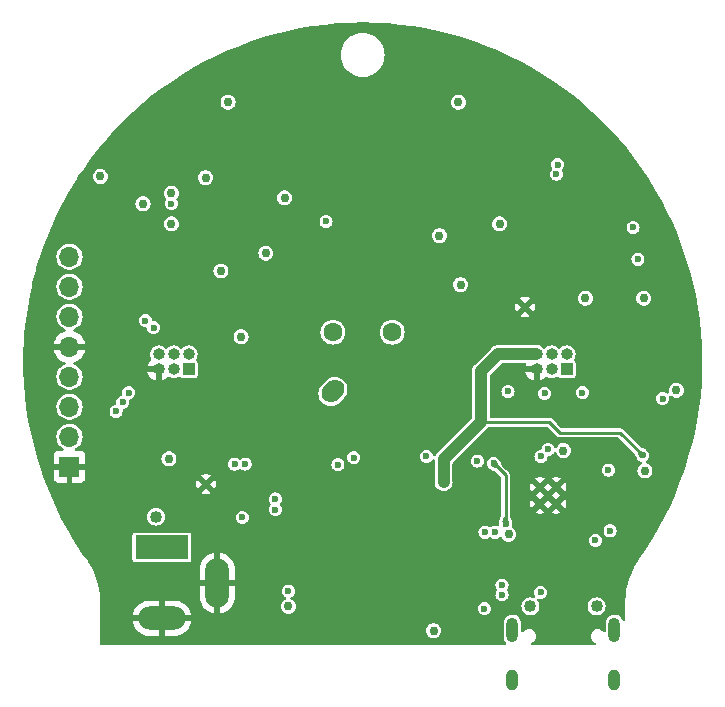
<source format=gbr>
%TF.GenerationSoftware,KiCad,Pcbnew,7.0.7*%
%TF.CreationDate,2024-03-07T18:56:00-05:00*%
%TF.ProjectId,ESP32Sensor-Sensor_board,45535033-3253-4656-9e73-6f722d53656e,rev?*%
%TF.SameCoordinates,Original*%
%TF.FileFunction,Copper,L3,Inr*%
%TF.FilePolarity,Positive*%
%FSLAX46Y46*%
G04 Gerber Fmt 4.6, Leading zero omitted, Abs format (unit mm)*
G04 Created by KiCad (PCBNEW 7.0.7) date 2024-03-07 18:56:00*
%MOMM*%
%LPD*%
G01*
G04 APERTURE LIST*
G04 Aperture macros list*
%AMHorizOval*
0 Thick line with rounded ends*
0 $1 width*
0 $2 $3 position (X,Y) of the first rounded end (center of the circle)*
0 $4 $5 position (X,Y) of the second rounded end (center of the circle)*
0 Add line between two ends*
20,1,$1,$2,$3,$4,$5,0*
0 Add two circle primitives to create the rounded ends*
1,1,$1,$2,$3*
1,1,$1,$4,$5*%
G04 Aperture macros list end*
%TA.AperFunction,ComponentPad*%
%ADD10O,1.000000X2.100000*%
%TD*%
%TA.AperFunction,ComponentPad*%
%ADD11O,1.000000X1.800000*%
%TD*%
%TA.AperFunction,ComponentPad*%
%ADD12HorizOval,1.600000X0.176777X0.176777X-0.176777X-0.176777X0*%
%TD*%
%TA.AperFunction,ComponentPad*%
%ADD13HorizOval,1.600000X0.000000X0.000000X0.000000X0.000000X0*%
%TD*%
%TA.AperFunction,ComponentPad*%
%ADD14R,1.700000X1.700000*%
%TD*%
%TA.AperFunction,ComponentPad*%
%ADD15O,1.700000X1.700000*%
%TD*%
%TA.AperFunction,ComponentPad*%
%ADD16O,2.000000X4.200000*%
%TD*%
%TA.AperFunction,ComponentPad*%
%ADD17O,4.000000X2.000000*%
%TD*%
%TA.AperFunction,ComponentPad*%
%ADD18R,4.500000X2.000000*%
%TD*%
%TA.AperFunction,ComponentPad*%
%ADD19C,0.700000*%
%TD*%
%TA.AperFunction,ComponentPad*%
%ADD20R,1.000000X1.000000*%
%TD*%
%TA.AperFunction,ComponentPad*%
%ADD21O,1.000000X1.000000*%
%TD*%
%TA.AperFunction,ViaPad*%
%ADD22C,0.600000*%
%TD*%
%TA.AperFunction,ViaPad*%
%ADD23C,1.016000*%
%TD*%
%TA.AperFunction,ViaPad*%
%ADD24C,0.762000*%
%TD*%
%TA.AperFunction,Conductor*%
%ADD25C,0.228600*%
%TD*%
%TA.AperFunction,Conductor*%
%ADD26C,0.254000*%
%TD*%
%TA.AperFunction,Conductor*%
%ADD27C,1.000000*%
%TD*%
%TA.AperFunction,Conductor*%
%ADD28C,0.781000*%
%TD*%
G04 APERTURE END LIST*
D10*
%TO.N,N/C*%
%TO.C,J3*%
X12680000Y-22710000D03*
D11*
X12680000Y-26890000D03*
X21320000Y-26890000D03*
D10*
X21320000Y-22710000D03*
%TD*%
D12*
%TO.N,Net-(PD1-An)*%
%TO.C,PD1*%
X-2517300Y-2503158D03*
D13*
%TO.N,5V_PD*%
X-2517300Y2517300D03*
X2503158Y2517300D03*
%TD*%
D14*
%TO.N,GND*%
%TO.C,J6*%
X-24825000Y-8875000D03*
D15*
%TO.N,3.3V*%
X-24825000Y-6335000D03*
%TO.N,SCL*%
X-24825000Y-3795000D03*
%TO.N,SDA*%
X-24825000Y-1255000D03*
%TO.N,GND*%
X-24825000Y1285000D03*
%TO.N,GPIO1*%
X-24825000Y3825000D03*
%TO.N,Mux_Sel_A*%
X-24825000Y6365000D03*
%TO.N,Mux_Sel_B*%
X-24825000Y8905000D03*
%TD*%
D16*
%TO.N,GND*%
%TO.C,J1*%
X-12300000Y-18700000D03*
D17*
X-17000000Y-21700000D03*
D18*
%TO.N,VBUS*%
X-17000000Y-15700000D03*
%TD*%
D19*
%TO.N,GND*%
%TO.C,U14*%
X-13250000Y-10356250D03*
%TD*%
%TO.N,GND*%
%TO.C,U11*%
X13750000Y4650000D03*
%TD*%
D20*
%TO.N,INT*%
%TO.C,J4*%
X17275000Y-625000D03*
D21*
%TO.N,3.3V*%
X17275000Y645000D03*
%TO.N,SCL*%
X16005000Y-625000D03*
%TO.N,SDA*%
X16005000Y645000D03*
%TO.N,GND*%
X14735000Y-625000D03*
%TO.N,VBUS*%
X14735000Y645000D03*
%TD*%
D20*
%TO.N,unconnected-(J7-Pin_1-Pad1)*%
%TO.C,J7*%
X-14725000Y-625000D03*
D21*
%TO.N,unconnected-(J7-Pin_2-Pad2)*%
X-14725000Y645000D03*
%TO.N,LED_REF*%
X-15995000Y-625000D03*
%TO.N,ESP_PWM_DIM*%
X-15995000Y645000D03*
%TO.N,GND*%
X-17265000Y-625000D03*
%TO.N,VBUS*%
X-17265000Y645000D03*
%TD*%
D19*
%TO.N,GND*%
%TO.C,U15*%
X16400000Y-10600000D03*
X15000000Y-10600000D03*
X16400000Y-12000000D03*
X15000000Y-12000000D03*
%TD*%
D22*
%TO.N,GND*%
X16000000Y-19100000D03*
X7200000Y-15200000D03*
D23*
%TO.N,USBC_VBUS*%
X19800000Y-20700000D03*
X14200000Y-20700000D03*
D22*
%TO.N,GND*%
X-1900000Y-17800000D03*
X4000000Y-16400000D03*
X11400000Y-23500000D03*
X-20500000Y800000D03*
X14600000Y22000000D03*
X8100000Y17600000D03*
X16800000Y4000000D03*
X0Y-10200000D03*
X-7700000Y-3200000D03*
X-8200000Y1400000D03*
X-5500000Y2300000D03*
X9100000Y1500000D03*
X4800000Y25100000D03*
X-4700000Y23800000D03*
X-8400000Y17500000D03*
X-11400000Y17500000D03*
X-27400000Y2400000D03*
X-27400000Y-3200000D03*
X-24000000Y-13200000D03*
X-20600000Y-18700000D03*
X22700000Y-15500000D03*
X21300000Y-17900000D03*
%TO.N,CC1*%
X15070000Y-19500000D03*
D24*
%TO.N,3.3V*%
X26550000Y-2400000D03*
X12350000Y-14600000D03*
X-6300000Y-20700000D03*
X-16400000Y-8200000D03*
X17000000Y-7500000D03*
X6000000Y-22750000D03*
X23900000Y-9200000D03*
D22*
%TO.N,GND*%
X-16200000Y7100000D03*
X9000000Y23800000D03*
X17900000Y11400000D03*
X-12750000Y12000000D03*
X13500000Y14000000D03*
X-22300000Y13000000D03*
X21000000Y-7900000D03*
X17500000Y-5200000D03*
X10200000Y9900000D03*
X11900000Y-20900000D03*
X16800000Y5150000D03*
X-2000000Y-21750000D03*
X-12500000Y10750000D03*
X-6200000Y-15200000D03*
X3100000Y18300000D03*
X-19300000Y14100000D03*
X21300000Y-20900000D03*
X-21800000Y7700000D03*
X8100000Y9900000D03*
X-7000000Y11250000D03*
X24400000Y-1800000D03*
X18300000Y15400000D03*
X19700000Y-5200000D03*
X4500000Y7100000D03*
X-10400000Y-21100000D03*
X3100000Y14500000D03*
X-8250000Y11250000D03*
X27600000Y-4100000D03*
X17100000Y19600000D03*
X-10600000Y-6700000D03*
X13400000Y12900000D03*
X0Y-21750000D03*
X16400000Y19100000D03*
X1950000Y-21750000D03*
X-13300000Y-8200000D03*
X19400000Y-11500000D03*
X-11500000Y5300000D03*
X-10500000Y23750000D03*
X10100000Y-12300000D03*
X24100000Y-7100000D03*
X-21400000Y11900000D03*
X13750000Y2900000D03*
X12700000Y-20900000D03*
X-21900000Y9000000D03*
X14500000Y-16000000D03*
X18400000Y18500000D03*
X-15000000Y-2150000D03*
X23500000Y750000D03*
X-9500000Y11250000D03*
X-7800000Y21400000D03*
X-7500000Y-10150000D03*
X26800000Y6000000D03*
X-6700000Y-13300000D03*
X21000000Y15700000D03*
X18000000Y8700000D03*
%TO.N,CC1*%
X19700000Y-15100000D03*
%TO.N,D+*%
X11201223Y-14414739D03*
X15099479Y-8000521D03*
%TO.N,D-*%
X10351223Y-14414739D03*
X15700521Y-7399479D03*
%TO.N,CC2*%
X20800000Y-9150000D03*
X20950000Y-14300000D03*
%TO.N,RTS*%
X11100000Y-8600000D03*
X12100000Y-13700000D03*
%TO.N,Net-(D2-K)*%
X11800000Y-18900000D03*
%TO.N,GPIO9*%
X-7400000Y-11600000D03*
X5400000Y-8000000D03*
%TO.N,ESP_EN*%
X-6300000Y-19400000D03*
X9700000Y-8400000D03*
%TO.N,INT*%
X12300000Y-2500000D03*
%TO.N,SCL*%
X-750000Y-8100000D03*
X-10850000Y-8650000D03*
%TO.N,SDA*%
X-2100000Y-8700000D03*
X15400000Y-2650000D03*
X-9950000Y-8650000D03*
X18600000Y-2600000D03*
%TO.N,LED_REF*%
X-3100000Y11900000D03*
D24*
%TO.N,5V*%
X-18600000Y13400000D03*
X18850000Y5400000D03*
X23800000Y5400000D03*
X-10300000Y2150000D03*
X-16200000Y14300000D03*
X8300000Y6550000D03*
D22*
%TO.N,Sensor_Analog*%
X22900000Y11400000D03*
D24*
%TO.N,+Vs_For_Lock_in*%
X-22200000Y15700000D03*
X6500000Y10700000D03*
X-16200000Y11700000D03*
X8100000Y22000000D03*
X-11400000Y22000000D03*
X-8200000Y9200000D03*
%TO.N,-Vs_For_Lock_in*%
X11600000Y11700000D03*
X-12000000Y7700000D03*
X-13300000Y15600000D03*
X-6600000Y13900000D03*
D22*
%TO.N,ESP_ADC*%
X10300000Y-20900000D03*
X23300000Y8700000D03*
X25400000Y-3100000D03*
%TO.N,GPIO1*%
X-20875000Y-4175000D03*
%TO.N,Mux_Sel_A*%
X-20325000Y-3425000D03*
X-16200000Y13400000D03*
%TO.N,ESP_PWM_DIM*%
X-7400000Y-12500000D03*
%TO.N,NeopixelLED*%
X-10200000Y-13150000D03*
D23*
%TO.N,VBUS*%
X-17500000Y-13100000D03*
X6850000Y-10176600D03*
D22*
X23700000Y-7900000D03*
D23*
X11500000Y700000D03*
D22*
%TO.N,Mux_Sel_B*%
X-19800000Y-2600000D03*
%TO.N,5V_SDA*%
X16400000Y15900000D03*
X-18400000Y3500000D03*
%TO.N,5V_SCL*%
X-17700000Y2900000D03*
X16500000Y16700000D03*
%TO.N,Net-(D3-K)*%
X11800000Y-19700000D03*
%TD*%
D25*
%TO.N,RTS*%
X12100000Y-9600000D02*
X12100000Y-10100000D01*
X11100000Y-8600000D02*
X12100000Y-9600000D01*
X12100000Y-13700000D02*
X12100000Y-10100000D01*
D26*
%TO.N,VBUS*%
X16700000Y-6000000D02*
X15800000Y-5100000D01*
D27*
X6850000Y-8250000D02*
X10000000Y-5100000D01*
D28*
X10000000Y-4000000D02*
X10000000Y-4500000D01*
D27*
X6850000Y-9150000D02*
X6850000Y-8250000D01*
D26*
X21800000Y-6000000D02*
X16700000Y-6000000D01*
D27*
X10000000Y-4000000D02*
X10000000Y-5100000D01*
D26*
X21800000Y-6000000D02*
X23700000Y-7900000D01*
D27*
X11500000Y700000D02*
X10000000Y-800000D01*
X6850000Y-9150000D02*
X6850000Y-10176600D01*
D26*
X14680000Y700000D02*
X14735000Y645000D01*
X10000000Y-5100000D02*
X15800000Y-5100000D01*
D27*
X10000000Y-800000D02*
X10000000Y-4000000D01*
X11500000Y700000D02*
X14680000Y700000D01*
%TD*%
%TA.AperFunction,Conductor*%
%TO.N,GND*%
G36*
X1066795Y28725698D02*
G01*
X2132121Y28666319D01*
X3194509Y28567444D01*
X4252495Y28429211D01*
X5304623Y28251810D01*
X6349443Y28035484D01*
X7385514Y27780532D01*
X8411410Y27487305D01*
X9425717Y27156208D01*
X10427038Y26787696D01*
X11413992Y26382277D01*
X12385221Y25940510D01*
X13339387Y25463003D01*
X14275174Y24950415D01*
X15191293Y24403450D01*
X16086481Y23822864D01*
X16959508Y23209456D01*
X17809168Y22564071D01*
X18634292Y21887598D01*
X19433742Y21180969D01*
X20206417Y20445158D01*
X20951252Y19681179D01*
X21667222Y18890084D01*
X22353340Y18072963D01*
X23008660Y17230941D01*
X23632280Y16365180D01*
X24223340Y15476872D01*
X24781027Y14567240D01*
X25304571Y13637538D01*
X25793252Y12689047D01*
X26246396Y11723074D01*
X26663379Y10740949D01*
X27043627Y9744025D01*
X27386613Y8733677D01*
X27630855Y7915651D01*
X27691870Y7711296D01*
X27958974Y6678291D01*
X28187556Y5636084D01*
X28377303Y4586113D01*
X28527953Y3529823D01*
X28639299Y2468669D01*
X28711187Y1404115D01*
X28743517Y337626D01*
X28736246Y-729329D01*
X28689384Y-1795278D01*
X28602995Y-2858754D01*
X28477197Y-3918291D01*
X28312165Y-4972430D01*
X28108126Y-6019718D01*
X27865361Y-7058713D01*
X27584204Y-8087982D01*
X27265043Y-9106108D01*
X26908317Y-10111688D01*
X26514519Y-11103336D01*
X26084189Y-12079687D01*
X25617922Y-13039395D01*
X25116360Y-13981138D01*
X24580194Y-14903618D01*
X24010162Y-15805565D01*
X23407050Y-16685736D01*
X23403252Y-16691064D01*
X23396734Y-16700206D01*
X23282069Y-16861021D01*
X23143581Y-17086653D01*
X23056849Y-17227962D01*
X22857390Y-17609523D01*
X22684638Y-18003896D01*
X22539410Y-18409213D01*
X22422394Y-18823556D01*
X22422393Y-18823559D01*
X22334145Y-19244959D01*
X22334144Y-19244965D01*
X22327951Y-19289683D01*
X22275077Y-19671450D01*
X22257264Y-19929917D01*
X22247722Y-20068379D01*
X22245475Y-20100978D01*
X22245500Y-20316250D01*
X22245500Y-21805235D01*
X22225815Y-21872274D01*
X22173011Y-21918029D01*
X22103853Y-21927973D01*
X22040297Y-21898948D01*
X22004978Y-21847646D01*
X21995237Y-21820884D01*
X21995237Y-21820883D01*
X21963013Y-21771889D01*
X21898832Y-21674306D01*
X21898831Y-21674305D01*
X21771221Y-21553910D01*
X21619281Y-21466188D01*
X21619282Y-21466188D01*
X21451210Y-21415870D01*
X21451205Y-21415869D01*
X21276066Y-21405669D01*
X21276065Y-21405669D01*
X21218220Y-21415869D01*
X21103293Y-21436134D01*
X21103291Y-21436134D01*
X21103289Y-21436135D01*
X21102837Y-21436330D01*
X20942198Y-21505622D01*
X20942190Y-21505626D01*
X20801469Y-21610390D01*
X20688698Y-21744785D01*
X20688697Y-21744787D01*
X20609961Y-21901562D01*
X20598780Y-21948738D01*
X20579332Y-22030798D01*
X20569500Y-22072281D01*
X20569500Y-22778317D01*
X20549815Y-22845356D01*
X20497011Y-22891111D01*
X20427853Y-22901055D01*
X20364297Y-22872030D01*
X20347125Y-22853804D01*
X20308318Y-22803231D01*
X20303304Y-22796696D01*
X20182250Y-22703808D01*
X20182249Y-22703807D01*
X20182247Y-22703806D01*
X20041280Y-22645416D01*
X20041278Y-22645415D01*
X19927981Y-22630500D01*
X19927980Y-22630500D01*
X19852020Y-22630500D01*
X19852019Y-22630500D01*
X19738721Y-22645415D01*
X19738719Y-22645416D01*
X19597752Y-22703806D01*
X19476696Y-22796696D01*
X19383806Y-22917752D01*
X19325416Y-23058719D01*
X19325415Y-23058721D01*
X19305500Y-23209998D01*
X19305500Y-23210001D01*
X19325415Y-23361278D01*
X19325416Y-23361280D01*
X19383806Y-23502247D01*
X19383807Y-23502249D01*
X19383808Y-23502250D01*
X19476696Y-23623304D01*
X19597750Y-23716192D01*
X19597753Y-23716193D01*
X19597754Y-23716194D01*
X19706985Y-23761439D01*
X19761389Y-23805280D01*
X19783454Y-23871574D01*
X19766175Y-23939273D01*
X19715038Y-23986884D01*
X19659533Y-24000000D01*
X14340467Y-24000000D01*
X14273428Y-23980315D01*
X14227673Y-23927511D01*
X14217729Y-23858353D01*
X14246754Y-23794797D01*
X14293015Y-23761439D01*
X14402245Y-23716194D01*
X14402246Y-23716194D01*
X14402246Y-23716193D01*
X14402250Y-23716192D01*
X14523304Y-23623304D01*
X14616192Y-23502250D01*
X14674584Y-23361280D01*
X14694500Y-23210000D01*
X14674584Y-23058720D01*
X14616192Y-22917750D01*
X14523304Y-22796696D01*
X14402250Y-22703808D01*
X14402249Y-22703807D01*
X14402247Y-22703806D01*
X14261280Y-22645416D01*
X14261278Y-22645415D01*
X14147981Y-22630500D01*
X14147980Y-22630500D01*
X14072020Y-22630500D01*
X14072019Y-22630500D01*
X13958721Y-22645415D01*
X13958719Y-22645416D01*
X13817752Y-22703806D01*
X13797434Y-22719397D01*
X13696696Y-22796696D01*
X13696695Y-22796697D01*
X13696694Y-22796698D01*
X13652875Y-22853804D01*
X13596447Y-22895006D01*
X13526701Y-22899161D01*
X13465781Y-22864948D01*
X13433029Y-22803231D01*
X13430500Y-22778317D01*
X13430500Y-22116298D01*
X13430500Y-22116297D01*
X13430500Y-22116291D01*
X13415241Y-21985745D01*
X13355237Y-21820883D01*
X13323013Y-21771889D01*
X13258832Y-21674306D01*
X13258831Y-21674305D01*
X13131221Y-21553910D01*
X12979281Y-21466188D01*
X12979282Y-21466188D01*
X12811210Y-21415870D01*
X12811205Y-21415869D01*
X12636066Y-21405669D01*
X12636065Y-21405669D01*
X12578220Y-21415869D01*
X12463293Y-21436134D01*
X12463291Y-21436134D01*
X12463289Y-21436135D01*
X12462837Y-21436330D01*
X12302198Y-21505622D01*
X12302190Y-21505626D01*
X12161469Y-21610390D01*
X12048698Y-21744785D01*
X12048697Y-21744787D01*
X11969961Y-21901562D01*
X11958780Y-21948738D01*
X11929500Y-22072279D01*
X11929500Y-23303709D01*
X11938593Y-23381500D01*
X11944759Y-23434256D01*
X11944760Y-23434259D01*
X12004762Y-23599115D01*
X12004764Y-23599119D01*
X12101167Y-23745693D01*
X12101168Y-23745694D01*
X12143684Y-23785806D01*
X12178938Y-23846129D01*
X12175983Y-23915936D01*
X12135756Y-23973064D01*
X12071029Y-23999374D01*
X12058590Y-24000000D01*
X-22121500Y-24000000D01*
X-22188539Y-23980315D01*
X-22234294Y-23927511D01*
X-22245500Y-23876000D01*
X-22245500Y-21950000D01*
X-19479023Y-21950000D01*
X-19459083Y-22069492D01*
X-19378369Y-22304603D01*
X-19378364Y-22304614D01*
X-19260057Y-22523228D01*
X-19260051Y-22523237D01*
X-19107373Y-22719397D01*
X-19107364Y-22719407D01*
X-18924477Y-22887767D01*
X-18924478Y-22887767D01*
X-18716367Y-23023732D01*
X-18488717Y-23123587D01*
X-18247738Y-23184612D01*
X-18247730Y-23184614D01*
X-18062041Y-23200000D01*
X-17250000Y-23200000D01*
X-17250000Y-22324000D01*
X-17230315Y-22256961D01*
X-17177511Y-22211206D01*
X-17126000Y-22200000D01*
X-16874000Y-22200000D01*
X-16806961Y-22219685D01*
X-16761206Y-22272489D01*
X-16750000Y-22324000D01*
X-16749999Y-23200000D01*
X-15937959Y-23200000D01*
X-15752269Y-23184614D01*
X-15752261Y-23184612D01*
X-15511282Y-23123587D01*
X-15283632Y-23023732D01*
X-15075521Y-22887767D01*
X-14925868Y-22750000D01*
X5363862Y-22750000D01*
X5382346Y-22902235D01*
X5382347Y-22902238D01*
X5436729Y-23045630D01*
X5523845Y-23171839D01*
X5638630Y-23273530D01*
X5638632Y-23273531D01*
X5774422Y-23344799D01*
X5873688Y-23369266D01*
X5923321Y-23381500D01*
X5923322Y-23381500D01*
X6076679Y-23381500D01*
X6113902Y-23372324D01*
X6225578Y-23344799D01*
X6361368Y-23273531D01*
X6476156Y-23171838D01*
X6563272Y-23045628D01*
X6617653Y-22902238D01*
X6636138Y-22750000D01*
X6617653Y-22597762D01*
X6563272Y-22454372D01*
X6476156Y-22328162D01*
X6449576Y-22304614D01*
X6361369Y-22226469D01*
X6296540Y-22192444D01*
X6225578Y-22155201D01*
X6225575Y-22155200D01*
X6076679Y-22118500D01*
X6076678Y-22118500D01*
X5923322Y-22118500D01*
X5923321Y-22118500D01*
X5774424Y-22155200D01*
X5638630Y-22226469D01*
X5523845Y-22328160D01*
X5436729Y-22454369D01*
X5382347Y-22597761D01*
X5382346Y-22597764D01*
X5363862Y-22749999D01*
X5363862Y-22750000D01*
X-14925868Y-22750000D01*
X-14892635Y-22719407D01*
X-14892626Y-22719397D01*
X-14739948Y-22523237D01*
X-14739942Y-22523228D01*
X-14621635Y-22304614D01*
X-14621630Y-22304603D01*
X-14540916Y-22069492D01*
X-14520977Y-21950000D01*
X-15386653Y-21950000D01*
X-15453692Y-21930315D01*
X-15499447Y-21877511D01*
X-15509391Y-21808353D01*
X-15505631Y-21791067D01*
X-15500000Y-21771888D01*
X-15500000Y-21628111D01*
X-15505631Y-21608933D01*
X-15505630Y-21539064D01*
X-15467855Y-21480286D01*
X-15404299Y-21451262D01*
X-15386653Y-21450000D01*
X-14520978Y-21450000D01*
X-14520976Y-21449999D01*
X-14540916Y-21330507D01*
X-14621630Y-21095396D01*
X-14621635Y-21095385D01*
X-14739944Y-20876770D01*
X-14739948Y-20876762D01*
X-14892626Y-20680602D01*
X-14892635Y-20680592D01*
X-15075522Y-20512232D01*
X-15075521Y-20512232D01*
X-15283632Y-20376267D01*
X-15511282Y-20276412D01*
X-15752261Y-20215387D01*
X-15752269Y-20215385D01*
X-15937959Y-20200000D01*
X-16750000Y-20200000D01*
X-16750000Y-21076000D01*
X-16769685Y-21143039D01*
X-16822489Y-21188794D01*
X-16874000Y-21200000D01*
X-17126000Y-21200000D01*
X-17193039Y-21180315D01*
X-17238794Y-21127511D01*
X-17250000Y-21076000D01*
X-17250000Y-20200000D01*
X-18062041Y-20200000D01*
X-18247730Y-20215385D01*
X-18247738Y-20215387D01*
X-18488717Y-20276412D01*
X-18716367Y-20376267D01*
X-18924478Y-20512232D01*
X-19107364Y-20680592D01*
X-19107373Y-20680602D01*
X-19260051Y-20876762D01*
X-19260056Y-20876770D01*
X-19378364Y-21095385D01*
X-19378369Y-21095396D01*
X-19459083Y-21330507D01*
X-19479023Y-21449999D01*
X-19479022Y-21450000D01*
X-18613347Y-21450000D01*
X-18546308Y-21469685D01*
X-18500553Y-21522489D01*
X-18490609Y-21591647D01*
X-18494369Y-21608933D01*
X-18500000Y-21628111D01*
X-18500000Y-21771888D01*
X-18494369Y-21791067D01*
X-18494370Y-21860936D01*
X-18532145Y-21919714D01*
X-18595701Y-21948738D01*
X-18613347Y-21950000D01*
X-19479023Y-21950000D01*
X-22245500Y-21950000D01*
X-22245500Y-20307970D01*
X-22245475Y-20100978D01*
X-22247722Y-20068379D01*
X-22257264Y-19929917D01*
X-22261942Y-19862041D01*
X-13800000Y-19862041D01*
X-13784614Y-20047730D01*
X-13784612Y-20047738D01*
X-13723587Y-20288717D01*
X-13623732Y-20516367D01*
X-13487767Y-20724478D01*
X-13319407Y-20907364D01*
X-13319397Y-20907373D01*
X-13123237Y-21060051D01*
X-13123228Y-21060057D01*
X-12904614Y-21178364D01*
X-12904603Y-21178369D01*
X-12669492Y-21259083D01*
X-12550000Y-21279023D01*
X-12550000Y-20313346D01*
X-12530315Y-20246307D01*
X-12477511Y-20200552D01*
X-12408353Y-20190608D01*
X-12391063Y-20194369D01*
X-12371890Y-20199999D01*
X-12371890Y-20200000D01*
X-12371889Y-20200000D01*
X-12228110Y-20200000D01*
X-12228108Y-20199999D01*
X-12208937Y-20194370D01*
X-12139068Y-20194368D01*
X-12080289Y-20232141D01*
X-12051263Y-20295696D01*
X-12050000Y-20313346D01*
X-12050000Y-21279022D01*
X-12049999Y-21279023D01*
X-11930507Y-21259083D01*
X-11695396Y-21178369D01*
X-11695385Y-21178364D01*
X-11476771Y-21060057D01*
X-11476762Y-21060051D01*
X-11280602Y-20907373D01*
X-11280592Y-20907364D01*
X-11112232Y-20724478D01*
X-11096240Y-20700000D01*
X-6936138Y-20700000D01*
X-6917653Y-20852238D01*
X-6863272Y-20995628D01*
X-6776156Y-21121838D01*
X-6661368Y-21223531D01*
X-6525578Y-21294799D01*
X-6413902Y-21322324D01*
X-6376679Y-21331500D01*
X-6376678Y-21331500D01*
X-6223321Y-21331500D01*
X-6173688Y-21319266D01*
X-6074422Y-21294799D01*
X-5938632Y-21223531D01*
X-5938630Y-21223530D01*
X-5823845Y-21121839D01*
X-5792204Y-21076000D01*
X-5736728Y-20995628D01*
X-5700461Y-20900000D01*
X9744750Y-20900000D01*
X9763670Y-21043708D01*
X9763671Y-21043712D01*
X9819137Y-21177622D01*
X9819138Y-21177624D01*
X9819139Y-21177625D01*
X9907379Y-21292621D01*
X10022375Y-21380861D01*
X10156291Y-21436330D01*
X10283280Y-21453048D01*
X10299999Y-21455250D01*
X10300000Y-21455250D01*
X10300001Y-21455250D01*
X10314977Y-21453278D01*
X10443709Y-21436330D01*
X10577625Y-21380861D01*
X10692621Y-21292621D01*
X10780861Y-21177625D01*
X10836330Y-21043709D01*
X10855250Y-20900000D01*
X10836330Y-20756291D01*
X10813015Y-20700003D01*
X13436701Y-20700003D01*
X13455836Y-20869844D01*
X13455837Y-20869849D01*
X13512291Y-21031183D01*
X13569253Y-21121838D01*
X13603229Y-21175909D01*
X13724091Y-21296771D01*
X13868817Y-21387709D01*
X14030149Y-21444162D01*
X14030150Y-21444162D01*
X14030155Y-21444163D01*
X14199996Y-21463299D01*
X14200000Y-21463299D01*
X14200004Y-21463299D01*
X14369844Y-21444163D01*
X14369847Y-21444162D01*
X14369850Y-21444162D01*
X14531183Y-21387709D01*
X14675909Y-21296771D01*
X14796771Y-21175909D01*
X14887709Y-21031183D01*
X14944162Y-20869850D01*
X14944163Y-20869844D01*
X14963299Y-20700003D01*
X19036701Y-20700003D01*
X19055836Y-20869844D01*
X19055837Y-20869849D01*
X19112291Y-21031183D01*
X19169253Y-21121838D01*
X19203229Y-21175909D01*
X19324091Y-21296771D01*
X19468817Y-21387709D01*
X19630149Y-21444162D01*
X19630150Y-21444162D01*
X19630155Y-21444163D01*
X19799996Y-21463299D01*
X19800000Y-21463299D01*
X19800004Y-21463299D01*
X19969844Y-21444163D01*
X19969847Y-21444162D01*
X19969850Y-21444162D01*
X20131183Y-21387709D01*
X20275909Y-21296771D01*
X20396771Y-21175909D01*
X20487709Y-21031183D01*
X20544162Y-20869850D01*
X20544163Y-20869844D01*
X20563299Y-20700003D01*
X20563299Y-20699996D01*
X20544163Y-20530155D01*
X20544162Y-20530150D01*
X20505317Y-20419139D01*
X20487709Y-20368817D01*
X20396771Y-20224091D01*
X20275909Y-20103229D01*
X20275908Y-20103228D01*
X20131183Y-20012291D01*
X19969849Y-19955837D01*
X19969844Y-19955836D01*
X19800004Y-19936701D01*
X19799996Y-19936701D01*
X19630155Y-19955836D01*
X19630150Y-19955837D01*
X19468816Y-20012291D01*
X19324091Y-20103228D01*
X19203228Y-20224091D01*
X19112291Y-20368816D01*
X19055837Y-20530150D01*
X19055836Y-20530155D01*
X19036701Y-20699996D01*
X19036701Y-20700003D01*
X14963299Y-20700003D01*
X14963299Y-20699996D01*
X14944163Y-20530155D01*
X14944162Y-20530150D01*
X14887708Y-20368815D01*
X14796781Y-20224106D01*
X14777781Y-20156869D01*
X14798149Y-20090034D01*
X14851417Y-20044820D01*
X14918148Y-20035918D01*
X14918234Y-20035269D01*
X14920642Y-20035586D01*
X14920673Y-20035582D01*
X14920773Y-20035603D01*
X14926289Y-20036329D01*
X14926291Y-20036330D01*
X15040217Y-20051329D01*
X15069999Y-20055250D01*
X15070000Y-20055250D01*
X15070001Y-20055250D01*
X15084977Y-20053278D01*
X15213709Y-20036330D01*
X15347625Y-19980861D01*
X15462621Y-19892621D01*
X15550861Y-19777625D01*
X15606330Y-19643709D01*
X15625250Y-19500000D01*
X15606330Y-19356291D01*
X15560218Y-19244965D01*
X15550862Y-19222377D01*
X15550861Y-19222376D01*
X15550861Y-19222375D01*
X15462621Y-19107379D01*
X15347625Y-19019139D01*
X15347624Y-19019138D01*
X15347622Y-19019137D01*
X15213712Y-18963671D01*
X15213710Y-18963670D01*
X15213709Y-18963670D01*
X15109877Y-18950000D01*
X15070001Y-18944750D01*
X15069999Y-18944750D01*
X14926291Y-18963670D01*
X14926287Y-18963671D01*
X14792377Y-19019137D01*
X14677379Y-19107379D01*
X14589137Y-19222377D01*
X14533671Y-19356287D01*
X14533670Y-19356291D01*
X14514750Y-19500000D01*
X14522160Y-19556287D01*
X14533670Y-19643708D01*
X14533671Y-19643712D01*
X14589138Y-19777623D01*
X14589139Y-19777625D01*
X14603471Y-19796303D01*
X14628665Y-19861472D01*
X14614627Y-19929917D01*
X14565812Y-19979906D01*
X14497721Y-19995570D01*
X14464141Y-19988831D01*
X14369852Y-19955838D01*
X14369844Y-19955836D01*
X14200004Y-19936701D01*
X14199996Y-19936701D01*
X14030155Y-19955836D01*
X14030150Y-19955837D01*
X13868816Y-20012291D01*
X13724091Y-20103228D01*
X13603228Y-20224091D01*
X13512291Y-20368816D01*
X13455837Y-20530150D01*
X13455836Y-20530155D01*
X13436701Y-20699996D01*
X13436701Y-20700003D01*
X10813015Y-20700003D01*
X10780861Y-20622375D01*
X10692621Y-20507379D01*
X10577625Y-20419139D01*
X10577624Y-20419138D01*
X10577622Y-20419137D01*
X10443712Y-20363671D01*
X10443710Y-20363670D01*
X10443709Y-20363670D01*
X10371854Y-20354210D01*
X10300001Y-20344750D01*
X10299999Y-20344750D01*
X10156291Y-20363670D01*
X10156287Y-20363671D01*
X10022377Y-20419137D01*
X9907379Y-20507379D01*
X9819137Y-20622377D01*
X9763671Y-20756287D01*
X9763670Y-20756291D01*
X9744750Y-20899999D01*
X9744750Y-20900000D01*
X-5700461Y-20900000D01*
X-5682347Y-20852238D01*
X-5682346Y-20852235D01*
X-5663862Y-20700000D01*
X-5663862Y-20699999D01*
X-5682346Y-20547764D01*
X-5682347Y-20547761D01*
X-5736729Y-20404369D01*
X-5823845Y-20278160D01*
X-5938631Y-20176469D01*
X-5938633Y-20176467D01*
X-6055933Y-20114904D01*
X-6106145Y-20066320D01*
X-6122120Y-19998301D01*
X-6098785Y-19932443D01*
X-6045759Y-19890547D01*
X-6022377Y-19880862D01*
X-6022376Y-19880861D01*
X-6022375Y-19880861D01*
X-5907379Y-19792621D01*
X-5836308Y-19700000D01*
X11244750Y-19700000D01*
X11263486Y-19842315D01*
X11263670Y-19843708D01*
X11263671Y-19843712D01*
X11319137Y-19977622D01*
X11319138Y-19977624D01*
X11319139Y-19977625D01*
X11407379Y-20092621D01*
X11522375Y-20180861D01*
X11522376Y-20180861D01*
X11522377Y-20180862D01*
X11554984Y-20194368D01*
X11656291Y-20236330D01*
X11783280Y-20253048D01*
X11799999Y-20255250D01*
X11800000Y-20255250D01*
X11800001Y-20255250D01*
X11814977Y-20253278D01*
X11943709Y-20236330D01*
X12077625Y-20180861D01*
X12192621Y-20092621D01*
X12280861Y-19977625D01*
X12336330Y-19843709D01*
X12355250Y-19700000D01*
X12336330Y-19556291D01*
X12280861Y-19422375D01*
X12244881Y-19375485D01*
X12219687Y-19310318D01*
X12233725Y-19241873D01*
X12244880Y-19224516D01*
X12280861Y-19177625D01*
X12336330Y-19043709D01*
X12355250Y-18900000D01*
X12336330Y-18756291D01*
X12280861Y-18622375D01*
X12192621Y-18507379D01*
X12077625Y-18419139D01*
X12077624Y-18419138D01*
X12077622Y-18419137D01*
X11943712Y-18363671D01*
X11943710Y-18363670D01*
X11943709Y-18363670D01*
X11871854Y-18354210D01*
X11800001Y-18344750D01*
X11799999Y-18344750D01*
X11656291Y-18363670D01*
X11656287Y-18363671D01*
X11522377Y-18419137D01*
X11407379Y-18507379D01*
X11319137Y-18622377D01*
X11263671Y-18756287D01*
X11263670Y-18756291D01*
X11244750Y-18900000D01*
X11253132Y-18963670D01*
X11263670Y-19043708D01*
X11263671Y-19043712D01*
X11319138Y-19177623D01*
X11319139Y-19177625D01*
X11355118Y-19224514D01*
X11380312Y-19289683D01*
X11366274Y-19358128D01*
X11355118Y-19375486D01*
X11319139Y-19422374D01*
X11319138Y-19422376D01*
X11263671Y-19556287D01*
X11263670Y-19556291D01*
X11248510Y-19671444D01*
X11244750Y-19700000D01*
X-5836308Y-19700000D01*
X-5819139Y-19677625D01*
X-5819138Y-19677624D01*
X-5819137Y-19677622D01*
X-5763671Y-19543712D01*
X-5763670Y-19543708D01*
X-5757915Y-19500000D01*
X-5744750Y-19400000D01*
X-5750505Y-19356291D01*
X-5763670Y-19256291D01*
X-5763671Y-19256287D01*
X-5819137Y-19122377D01*
X-5907379Y-19007379D01*
X-6022377Y-18919137D01*
X-6156287Y-18863671D01*
X-6156291Y-18863670D01*
X-6299999Y-18844750D01*
X-6300001Y-18844750D01*
X-6371854Y-18854210D01*
X-6443709Y-18863670D01*
X-6443710Y-18863670D01*
X-6443712Y-18863671D01*
X-6577622Y-18919137D01*
X-6577624Y-18919138D01*
X-6577625Y-18919139D01*
X-6692621Y-19007379D01*
X-6780861Y-19122375D01*
X-6836330Y-19256291D01*
X-6855250Y-19400000D01*
X-6836330Y-19543709D01*
X-6780861Y-19677625D01*
X-6692621Y-19792621D01*
X-6577625Y-19880861D01*
X-6554240Y-19890546D01*
X-6499837Y-19934386D01*
X-6477771Y-20000680D01*
X-6495049Y-20068379D01*
X-6544067Y-20114905D01*
X-6661369Y-20176469D01*
X-6750294Y-20255250D01*
X-6776156Y-20278162D01*
X-6863272Y-20404372D01*
X-6917653Y-20547762D01*
X-6917653Y-20547764D01*
X-6933781Y-20680592D01*
X-6936138Y-20700000D01*
X-11096240Y-20700000D01*
X-10976267Y-20516367D01*
X-10876412Y-20288717D01*
X-10815387Y-20047738D01*
X-10815385Y-20047730D01*
X-10800000Y-19862041D01*
X-10800000Y-18950000D01*
X-11676000Y-18950000D01*
X-11743039Y-18930315D01*
X-11788794Y-18877511D01*
X-11800000Y-18826000D01*
X-11800000Y-18574000D01*
X-11780315Y-18506961D01*
X-11727511Y-18461206D01*
X-11676000Y-18450000D01*
X-10800000Y-18450000D01*
X-10800000Y-17537959D01*
X-10815385Y-17352269D01*
X-10815387Y-17352261D01*
X-10876412Y-17111282D01*
X-10976267Y-16883632D01*
X-11112232Y-16675521D01*
X-11280592Y-16492635D01*
X-11280602Y-16492626D01*
X-11476762Y-16339948D01*
X-11476771Y-16339942D01*
X-11695385Y-16221635D01*
X-11695396Y-16221630D01*
X-11930507Y-16140916D01*
X-12049999Y-16120976D01*
X-12050000Y-16120976D01*
X-12050000Y-17086653D01*
X-12069685Y-17153692D01*
X-12122489Y-17199447D01*
X-12191647Y-17209391D01*
X-12208933Y-17205631D01*
X-12228111Y-17200000D01*
X-12371889Y-17200000D01*
X-12391067Y-17205631D01*
X-12460936Y-17205630D01*
X-12519714Y-17167855D01*
X-12548738Y-17104299D01*
X-12550000Y-17086653D01*
X-12550000Y-16120976D01*
X-12669492Y-16140916D01*
X-12904603Y-16221630D01*
X-12904614Y-16221635D01*
X-13123228Y-16339942D01*
X-13123237Y-16339948D01*
X-13319397Y-16492626D01*
X-13319407Y-16492635D01*
X-13487767Y-16675521D01*
X-13623732Y-16883632D01*
X-13723587Y-17111282D01*
X-13784612Y-17352261D01*
X-13784614Y-17352269D01*
X-13800000Y-17537959D01*
X-13800000Y-18450000D01*
X-12924000Y-18450000D01*
X-12856961Y-18469685D01*
X-12811206Y-18522489D01*
X-12800000Y-18574000D01*
X-12800000Y-18826000D01*
X-12819685Y-18893039D01*
X-12872489Y-18938794D01*
X-12924000Y-18950000D01*
X-13800000Y-18950000D01*
X-13800000Y-19862041D01*
X-22261942Y-19862041D01*
X-22275077Y-19671450D01*
X-22327951Y-19289683D01*
X-22334144Y-19244965D01*
X-22334145Y-19244959D01*
X-22422393Y-18823559D01*
X-22422394Y-18823556D01*
X-22539409Y-18409213D01*
X-22684637Y-18003895D01*
X-22857389Y-17609522D01*
X-23009656Y-17318239D01*
X-23056845Y-17227966D01*
X-23227148Y-16950500D01*
X-23282071Y-16861016D01*
X-23282075Y-16861010D01*
X-23379286Y-16724674D01*
X-19500500Y-16724674D01*
X-19485966Y-16797740D01*
X-19430601Y-16880601D01*
X-19347740Y-16935966D01*
X-19274677Y-16950499D01*
X-19274676Y-16950500D01*
X-19274674Y-16950500D01*
X-14725324Y-16950500D01*
X-14725321Y-16950499D01*
X-14652264Y-16935967D01*
X-14652260Y-16935966D01*
X-14652259Y-16935965D01*
X-14569399Y-16880601D01*
X-14514034Y-16797740D01*
X-14514033Y-16797739D01*
X-14514032Y-16797735D01*
X-14499500Y-16724678D01*
X-14499500Y-14675321D01*
X-14514032Y-14602264D01*
X-14514033Y-14602260D01*
X-14569399Y-14519399D01*
X-14652260Y-14464033D01*
X-14652264Y-14464032D01*
X-14725323Y-14449500D01*
X-14725326Y-14449500D01*
X-19274674Y-14449500D01*
X-19274677Y-14449500D01*
X-19347735Y-14464032D01*
X-19347739Y-14464033D01*
X-19347740Y-14464034D01*
X-19430601Y-14519399D01*
X-19484455Y-14599999D01*
X-19485966Y-14602260D01*
X-19485967Y-14602264D01*
X-19500499Y-14675321D01*
X-19500500Y-14675323D01*
X-19500499Y-14675326D01*
X-19500500Y-14675326D01*
X-19500500Y-16724674D01*
X-23379286Y-16724674D01*
X-23403251Y-16691064D01*
X-23407053Y-16685731D01*
X-23725062Y-16221635D01*
X-24010162Y-15805565D01*
X-24580194Y-14903618D01*
X-24864341Y-14414739D01*
X9795973Y-14414739D01*
X9814893Y-14558447D01*
X9814894Y-14558451D01*
X9870360Y-14692361D01*
X9870361Y-14692363D01*
X9870362Y-14692364D01*
X9958602Y-14807360D01*
X10073598Y-14895600D01*
X10073599Y-14895600D01*
X10073600Y-14895601D01*
X10073668Y-14895629D01*
X10207514Y-14951069D01*
X10334503Y-14967787D01*
X10351222Y-14969989D01*
X10351223Y-14969989D01*
X10351224Y-14969989D01*
X10366200Y-14968017D01*
X10494932Y-14951069D01*
X10628848Y-14895600D01*
X10700736Y-14840437D01*
X10765905Y-14815243D01*
X10834350Y-14829281D01*
X10851710Y-14840438D01*
X10923596Y-14895599D01*
X10923597Y-14895599D01*
X10923598Y-14895600D01*
X11057514Y-14951069D01*
X11184503Y-14967787D01*
X11201222Y-14969989D01*
X11201223Y-14969989D01*
X11201224Y-14969989D01*
X11216200Y-14968017D01*
X11344932Y-14951069D01*
X11478848Y-14895600D01*
X11585024Y-14814127D01*
X11650192Y-14788933D01*
X11718637Y-14802971D01*
X11768627Y-14851784D01*
X11776450Y-14868529D01*
X11786728Y-14895628D01*
X11838056Y-14969989D01*
X11873845Y-15021839D01*
X11988630Y-15123530D01*
X11988632Y-15123531D01*
X12124422Y-15194799D01*
X12223688Y-15219266D01*
X12273321Y-15231500D01*
X12273322Y-15231500D01*
X12426679Y-15231500D01*
X12463902Y-15222324D01*
X12575578Y-15194799D01*
X12711368Y-15123531D01*
X12737929Y-15100000D01*
X19144750Y-15100000D01*
X19163670Y-15243708D01*
X19163671Y-15243712D01*
X19219137Y-15377622D01*
X19219138Y-15377624D01*
X19219139Y-15377625D01*
X19307379Y-15492621D01*
X19422375Y-15580861D01*
X19556291Y-15636330D01*
X19683280Y-15653048D01*
X19699999Y-15655250D01*
X19700000Y-15655250D01*
X19700001Y-15655250D01*
X19714977Y-15653278D01*
X19843709Y-15636330D01*
X19977625Y-15580861D01*
X20092621Y-15492621D01*
X20180861Y-15377625D01*
X20236330Y-15243709D01*
X20255250Y-15100000D01*
X20236330Y-14956291D01*
X20186641Y-14836329D01*
X20180862Y-14822377D01*
X20180861Y-14822376D01*
X20180861Y-14822375D01*
X20092621Y-14707379D01*
X19977625Y-14619139D01*
X19977624Y-14619138D01*
X19977622Y-14619137D01*
X19843712Y-14563671D01*
X19843710Y-14563670D01*
X19843709Y-14563670D01*
X19771854Y-14554210D01*
X19700001Y-14544750D01*
X19699999Y-14544750D01*
X19556291Y-14563670D01*
X19556287Y-14563671D01*
X19422377Y-14619137D01*
X19307379Y-14707379D01*
X19219137Y-14822377D01*
X19163671Y-14956287D01*
X19163670Y-14956291D01*
X19144750Y-15099999D01*
X19144750Y-15100000D01*
X12737929Y-15100000D01*
X12826156Y-15021838D01*
X12913272Y-14895628D01*
X12967653Y-14752238D01*
X12986138Y-14600000D01*
X12967653Y-14447762D01*
X12913272Y-14304372D01*
X12910254Y-14300000D01*
X20394750Y-14300000D01*
X20413670Y-14443708D01*
X20413671Y-14443712D01*
X20469137Y-14577622D01*
X20469138Y-14577624D01*
X20469139Y-14577625D01*
X20557379Y-14692621D01*
X20672375Y-14780861D01*
X20806291Y-14836330D01*
X20923674Y-14851784D01*
X20949999Y-14855250D01*
X20950000Y-14855250D01*
X20950001Y-14855250D01*
X20976326Y-14851784D01*
X21093709Y-14836330D01*
X21227625Y-14780861D01*
X21342621Y-14692621D01*
X21430861Y-14577625D01*
X21486330Y-14443709D01*
X21505250Y-14300000D01*
X21486330Y-14156291D01*
X21430861Y-14022375D01*
X21342621Y-13907379D01*
X21227625Y-13819139D01*
X21227624Y-13819138D01*
X21227622Y-13819137D01*
X21093712Y-13763671D01*
X21093710Y-13763670D01*
X21093709Y-13763670D01*
X21021854Y-13754210D01*
X20950001Y-13744750D01*
X20949999Y-13744750D01*
X20806291Y-13763670D01*
X20806287Y-13763671D01*
X20672377Y-13819137D01*
X20557379Y-13907379D01*
X20469137Y-14022377D01*
X20413671Y-14156287D01*
X20413670Y-14156291D01*
X20394750Y-14299999D01*
X20394750Y-14300000D01*
X12910254Y-14300000D01*
X12826156Y-14178162D01*
X12711368Y-14076469D01*
X12711366Y-14076467D01*
X12670805Y-14055179D01*
X12620592Y-14006594D01*
X12604618Y-13938575D01*
X12613867Y-13897937D01*
X12636330Y-13843709D01*
X12655250Y-13700000D01*
X12636330Y-13556291D01*
X12624740Y-13528310D01*
X12616309Y-13496627D01*
X12615918Y-13493569D01*
X12500594Y-13150000D01*
X12471246Y-13062568D01*
X12464800Y-13023109D01*
X12464800Y-12752719D01*
X14600832Y-12752719D01*
X14600833Y-12752720D01*
X14735884Y-12812849D01*
X14735889Y-12812851D01*
X14910661Y-12850000D01*
X15089339Y-12850000D01*
X15264110Y-12812851D01*
X15264115Y-12812849D01*
X15399165Y-12752720D01*
X15399165Y-12752719D01*
X16000832Y-12752719D01*
X16000833Y-12752720D01*
X16135884Y-12812849D01*
X16135889Y-12812851D01*
X16310661Y-12850000D01*
X16489339Y-12850000D01*
X16664110Y-12812851D01*
X16664115Y-12812849D01*
X16799165Y-12752720D01*
X16799165Y-12752719D01*
X16399999Y-12353552D01*
X16000832Y-12752719D01*
X15399165Y-12752719D01*
X14999999Y-12353552D01*
X14600832Y-12752719D01*
X12464800Y-12752719D01*
X12464800Y-12000000D01*
X14145318Y-12000000D01*
X14163995Y-12177700D01*
X14163996Y-12177702D01*
X14219206Y-12347624D01*
X14219209Y-12347630D01*
X14248347Y-12398098D01*
X14645818Y-12000626D01*
X14826873Y-12000626D01*
X14837890Y-12008873D01*
X14858397Y-12051089D01*
X14865512Y-12077643D01*
X14865514Y-12077646D01*
X14922352Y-12134484D01*
X14922353Y-12134484D01*
X14922355Y-12134486D01*
X14948909Y-12141601D01*
X15000628Y-12173124D01*
X15008875Y-12162108D01*
X15051087Y-12141601D01*
X15077645Y-12134486D01*
X15134486Y-12077646D01*
X15141601Y-12051091D01*
X15172741Y-11999999D01*
X15353552Y-11999999D01*
X15700000Y-12346446D01*
X15700001Y-12346446D01*
X16045818Y-12000627D01*
X16226873Y-12000627D01*
X16237890Y-12008874D01*
X16258397Y-12051089D01*
X16265512Y-12077644D01*
X16322352Y-12134484D01*
X16322353Y-12134484D01*
X16322355Y-12134486D01*
X16348909Y-12141601D01*
X16400628Y-12173124D01*
X16408875Y-12162108D01*
X16451087Y-12141601D01*
X16477645Y-12134486D01*
X16534486Y-12077646D01*
X16541601Y-12051091D01*
X16572741Y-11999999D01*
X16753552Y-11999999D01*
X17151651Y-12398097D01*
X17180791Y-12347628D01*
X17236003Y-12177702D01*
X17236004Y-12177700D01*
X17254681Y-12000000D01*
X17236004Y-11822299D01*
X17236003Y-11822297D01*
X17180790Y-11652368D01*
X17151651Y-11601900D01*
X16753552Y-11999999D01*
X16572741Y-11999999D01*
X16573124Y-11999370D01*
X16562109Y-11991124D01*
X16541601Y-11948908D01*
X16540177Y-11943596D01*
X16534486Y-11922355D01*
X16534485Y-11922354D01*
X16534485Y-11922353D01*
X16477646Y-11865514D01*
X16451089Y-11858398D01*
X16399371Y-11826873D01*
X16391124Y-11837891D01*
X16348908Y-11858399D01*
X16322356Y-11865513D01*
X16265512Y-11922356D01*
X16265512Y-11922357D01*
X16258397Y-11948910D01*
X16226873Y-12000627D01*
X16045818Y-12000627D01*
X16046446Y-11999999D01*
X15700001Y-11653553D01*
X15700000Y-11653553D01*
X15353552Y-11999999D01*
X15172741Y-11999999D01*
X15173124Y-11999370D01*
X15162109Y-11991124D01*
X15141601Y-11948908D01*
X15140177Y-11943596D01*
X15134486Y-11922355D01*
X15134485Y-11922354D01*
X15134485Y-11922353D01*
X15077645Y-11865513D01*
X15051092Y-11858399D01*
X14999371Y-11826874D01*
X14991126Y-11837890D01*
X14948911Y-11858397D01*
X14922357Y-11865512D01*
X14865512Y-11922356D01*
X14865512Y-11922357D01*
X14858397Y-11948910D01*
X14826873Y-12000626D01*
X14645818Y-12000626D01*
X14646445Y-11999999D01*
X14248347Y-11601900D01*
X14248346Y-11601901D01*
X14219210Y-11652366D01*
X14219209Y-11652368D01*
X14163996Y-11822297D01*
X14163995Y-11822299D01*
X14145318Y-12000000D01*
X12464800Y-12000000D01*
X12464800Y-11300000D01*
X14653553Y-11300000D01*
X14999999Y-11646446D01*
X15346446Y-11300000D01*
X16053553Y-11300000D01*
X16399997Y-11646445D01*
X16746446Y-11299999D01*
X16399999Y-10953552D01*
X16053553Y-11299999D01*
X16053553Y-11300000D01*
X15346446Y-11300000D01*
X15346445Y-11299999D01*
X14999999Y-10953552D01*
X14653553Y-11299999D01*
X14653553Y-11300000D01*
X12464800Y-11300000D01*
X12464800Y-10600000D01*
X14145318Y-10600000D01*
X14163995Y-10777700D01*
X14163996Y-10777702D01*
X14219206Y-10947624D01*
X14219209Y-10947630D01*
X14248347Y-10998098D01*
X14645818Y-10600626D01*
X14826873Y-10600626D01*
X14837890Y-10608873D01*
X14858397Y-10651089D01*
X14865512Y-10677643D01*
X14865514Y-10677646D01*
X14922352Y-10734484D01*
X14922353Y-10734484D01*
X14922355Y-10734486D01*
X14948909Y-10741601D01*
X15000628Y-10773124D01*
X15008875Y-10762108D01*
X15051087Y-10741601D01*
X15077645Y-10734486D01*
X15134486Y-10677646D01*
X15141601Y-10651091D01*
X15172741Y-10599999D01*
X15353552Y-10599999D01*
X15700000Y-10946446D01*
X15700001Y-10946446D01*
X16045818Y-10600627D01*
X16226873Y-10600627D01*
X16237890Y-10608874D01*
X16258397Y-10651089D01*
X16265512Y-10677644D01*
X16322352Y-10734484D01*
X16322353Y-10734484D01*
X16322355Y-10734486D01*
X16348909Y-10741601D01*
X16400628Y-10773124D01*
X16408875Y-10762108D01*
X16451087Y-10741601D01*
X16477645Y-10734486D01*
X16534486Y-10677646D01*
X16541601Y-10651091D01*
X16572741Y-10599999D01*
X16753552Y-10599999D01*
X17151651Y-10998097D01*
X17180791Y-10947628D01*
X17236003Y-10777702D01*
X17236004Y-10777700D01*
X17254681Y-10600000D01*
X17236004Y-10422299D01*
X17236003Y-10422297D01*
X17180790Y-10252368D01*
X17151651Y-10201900D01*
X16753552Y-10599999D01*
X16572741Y-10599999D01*
X16573124Y-10599370D01*
X16562109Y-10591124D01*
X16541601Y-10548908D01*
X16537593Y-10533950D01*
X16534486Y-10522355D01*
X16534485Y-10522354D01*
X16534485Y-10522353D01*
X16477646Y-10465514D01*
X16451089Y-10458398D01*
X16399371Y-10426873D01*
X16391124Y-10437891D01*
X16348908Y-10458399D01*
X16322356Y-10465513D01*
X16265512Y-10522356D01*
X16265512Y-10522357D01*
X16258397Y-10548910D01*
X16226873Y-10600627D01*
X16045818Y-10600627D01*
X16046446Y-10599999D01*
X15700001Y-10253553D01*
X15700000Y-10253553D01*
X15353552Y-10599999D01*
X15172741Y-10599999D01*
X15173124Y-10599370D01*
X15162109Y-10591124D01*
X15141601Y-10548908D01*
X15137593Y-10533950D01*
X15134486Y-10522355D01*
X15134485Y-10522354D01*
X15134485Y-10522353D01*
X15077645Y-10465513D01*
X15051092Y-10458399D01*
X14999371Y-10426874D01*
X14991126Y-10437890D01*
X14948911Y-10458397D01*
X14922357Y-10465512D01*
X14865512Y-10522356D01*
X14865512Y-10522357D01*
X14858397Y-10548910D01*
X14826873Y-10600626D01*
X14645818Y-10600626D01*
X14646445Y-10599999D01*
X14248347Y-10201900D01*
X14248346Y-10201901D01*
X14219210Y-10252366D01*
X14219209Y-10252368D01*
X14163996Y-10422297D01*
X14163995Y-10422299D01*
X14145318Y-10600000D01*
X12464800Y-10600000D01*
X12464800Y-9847279D01*
X14600832Y-9847279D01*
X14999999Y-10246446D01*
X15399166Y-9847279D01*
X16000832Y-9847279D01*
X16399998Y-10246446D01*
X16799166Y-9847279D01*
X16799166Y-9847278D01*
X16664108Y-9787148D01*
X16664109Y-9787148D01*
X16489339Y-9750000D01*
X16310661Y-9750000D01*
X16135890Y-9787148D01*
X16135889Y-9787148D01*
X16000832Y-9847279D01*
X15399166Y-9847279D01*
X15264108Y-9787148D01*
X15264109Y-9787148D01*
X15089339Y-9750000D01*
X14910661Y-9750000D01*
X14735890Y-9787148D01*
X14735889Y-9787148D01*
X14600832Y-9847279D01*
X12464800Y-9847279D01*
X12464800Y-9650697D01*
X12467439Y-9625251D01*
X12469529Y-9615284D01*
X12467516Y-9599138D01*
X12465277Y-9581168D01*
X12464800Y-9573492D01*
X12464800Y-9569775D01*
X12464798Y-9569762D01*
X12461068Y-9547407D01*
X12455937Y-9506250D01*
X12454469Y-9494470D01*
X12454465Y-9494463D01*
X12452286Y-9487140D01*
X12449805Y-9479913D01*
X12449805Y-9479912D01*
X12424421Y-9433007D01*
X12400997Y-9385092D01*
X12400994Y-9385089D01*
X12400994Y-9385088D01*
X12396574Y-9378897D01*
X12391860Y-9372839D01*
X12391859Y-9372837D01*
X12391857Y-9372835D01*
X12391853Y-9372830D01*
X12352624Y-9336718D01*
X12165906Y-9150000D01*
X20244750Y-9150000D01*
X20263670Y-9293708D01*
X20263671Y-9293712D01*
X20319137Y-9427622D01*
X20319138Y-9427624D01*
X20319139Y-9427625D01*
X20407379Y-9542621D01*
X20522375Y-9630861D01*
X20656291Y-9686330D01*
X20783280Y-9703048D01*
X20799999Y-9705250D01*
X20800000Y-9705250D01*
X20800001Y-9705250D01*
X20814977Y-9703278D01*
X20943709Y-9686330D01*
X21077625Y-9630861D01*
X21192621Y-9542621D01*
X21280861Y-9427625D01*
X21336330Y-9293709D01*
X21355250Y-9150000D01*
X21336330Y-9006291D01*
X21294113Y-8904369D01*
X21280862Y-8872377D01*
X21280861Y-8872376D01*
X21280861Y-8872375D01*
X21192621Y-8757379D01*
X21077625Y-8669139D01*
X21077624Y-8669138D01*
X21077622Y-8669137D01*
X20943712Y-8613671D01*
X20943710Y-8613670D01*
X20943709Y-8613670D01*
X20839877Y-8600000D01*
X20800001Y-8594750D01*
X20799999Y-8594750D01*
X20656291Y-8613670D01*
X20656287Y-8613671D01*
X20522377Y-8669137D01*
X20407379Y-8757379D01*
X20319137Y-8872377D01*
X20263671Y-9006287D01*
X20263670Y-9006291D01*
X20244750Y-9149999D01*
X20244750Y-9150000D01*
X12165906Y-9150000D01*
X11836585Y-8820680D01*
X11813241Y-8788221D01*
X11610780Y-8381166D01*
X11610776Y-8381159D01*
X11607420Y-8376650D01*
X11592331Y-8350067D01*
X11592001Y-8349271D01*
X11580861Y-8322375D01*
X11492621Y-8207379D01*
X11377625Y-8119139D01*
X11377624Y-8119138D01*
X11377622Y-8119137D01*
X11243712Y-8063671D01*
X11243710Y-8063670D01*
X11243709Y-8063670D01*
X11171854Y-8054210D01*
X11100001Y-8044750D01*
X11099999Y-8044750D01*
X10956291Y-8063670D01*
X10956287Y-8063671D01*
X10822377Y-8119137D01*
X10707379Y-8207379D01*
X10619137Y-8322377D01*
X10563671Y-8456287D01*
X10563670Y-8456291D01*
X10547270Y-8580862D01*
X10544750Y-8600000D01*
X10561013Y-8723531D01*
X10563670Y-8743708D01*
X10563671Y-8743712D01*
X10619137Y-8877622D01*
X10619138Y-8877624D01*
X10619139Y-8877625D01*
X10707379Y-8992621D01*
X10725189Y-9006287D01*
X10822374Y-9080861D01*
X10850351Y-9092449D01*
X10878720Y-9108892D01*
X10881157Y-9110775D01*
X10881156Y-9110775D01*
X10881159Y-9110776D01*
X10881160Y-9110777D01*
X11288224Y-9313243D01*
X11320675Y-9336581D01*
X11526715Y-9542620D01*
X11698881Y-9714786D01*
X11732366Y-9776109D01*
X11735200Y-9802467D01*
X11735200Y-13023108D01*
X11728754Y-13062567D01*
X11584082Y-13493566D01*
X11584080Y-13493574D01*
X11583267Y-13499127D01*
X11575139Y-13528600D01*
X11563671Y-13556286D01*
X11563670Y-13556291D01*
X11544750Y-13699999D01*
X11544750Y-13700000D01*
X11553084Y-13763302D01*
X11542319Y-13832338D01*
X11495939Y-13884594D01*
X11428670Y-13903479D01*
X11382694Y-13894050D01*
X11359864Y-13884594D01*
X11344932Y-13878409D01*
X11273077Y-13868949D01*
X11201224Y-13859489D01*
X11201222Y-13859489D01*
X11057514Y-13878409D01*
X11057510Y-13878410D01*
X10923599Y-13933877D01*
X10923597Y-13933878D01*
X10851709Y-13989040D01*
X10786540Y-14014234D01*
X10718095Y-14000195D01*
X10700737Y-13989040D01*
X10628848Y-13933878D01*
X10628846Y-13933877D01*
X10494935Y-13878410D01*
X10494933Y-13878409D01*
X10494932Y-13878409D01*
X10423077Y-13868949D01*
X10351224Y-13859489D01*
X10351222Y-13859489D01*
X10207514Y-13878409D01*
X10207510Y-13878410D01*
X10073600Y-13933876D01*
X9958602Y-14022118D01*
X9870360Y-14137116D01*
X9814894Y-14271026D01*
X9814893Y-14271030D01*
X9795973Y-14414738D01*
X9795973Y-14414739D01*
X-24864341Y-14414739D01*
X-25116360Y-13981138D01*
X-25585643Y-13100003D01*
X-18263299Y-13100003D01*
X-18244163Y-13269844D01*
X-18244162Y-13269850D01*
X-18187709Y-13431183D01*
X-18096771Y-13575909D01*
X-17975909Y-13696771D01*
X-17831183Y-13787709D01*
X-17669850Y-13844162D01*
X-17669847Y-13844162D01*
X-17669844Y-13844163D01*
X-17500004Y-13863299D01*
X-17500000Y-13863299D01*
X-17499996Y-13863299D01*
X-17330155Y-13844163D01*
X-17330150Y-13844162D01*
X-17258639Y-13819139D01*
X-17168817Y-13787709D01*
X-17024091Y-13696771D01*
X-16903229Y-13575909D01*
X-16882312Y-13542621D01*
X-16812291Y-13431183D01*
X-16755837Y-13269849D01*
X-16755836Y-13269844D01*
X-16742334Y-13150000D01*
X-10755250Y-13150000D01*
X-10736330Y-13293709D01*
X-10680861Y-13427625D01*
X-10592621Y-13542621D01*
X-10477625Y-13630861D01*
X-10343709Y-13686330D01*
X-10214977Y-13703278D01*
X-10200001Y-13705250D01*
X-10200000Y-13705250D01*
X-10199999Y-13705250D01*
X-10183280Y-13703048D01*
X-10056291Y-13686330D01*
X-9922375Y-13630861D01*
X-9807379Y-13542621D01*
X-9719139Y-13427625D01*
X-9719138Y-13427624D01*
X-9719137Y-13427622D01*
X-9663671Y-13293712D01*
X-9663670Y-13293708D01*
X-9644750Y-13150000D01*
X-9644750Y-13149999D01*
X-9663670Y-13006291D01*
X-9663671Y-13006287D01*
X-9719137Y-12872377D01*
X-9807379Y-12757379D01*
X-9922377Y-12669137D01*
X-10056287Y-12613671D01*
X-10056291Y-12613670D01*
X-10199999Y-12594750D01*
X-10200001Y-12594750D01*
X-10271854Y-12604210D01*
X-10343709Y-12613670D01*
X-10343710Y-12613670D01*
X-10343712Y-12613671D01*
X-10477622Y-12669137D01*
X-10477624Y-12669138D01*
X-10477625Y-12669139D01*
X-10592621Y-12757379D01*
X-10680861Y-12872375D01*
X-10736330Y-13006291D01*
X-10755250Y-13150000D01*
X-16742334Y-13150000D01*
X-16736701Y-13100003D01*
X-16736701Y-13099996D01*
X-16755836Y-12930155D01*
X-16755837Y-12930150D01*
X-16812291Y-12768816D01*
X-16903228Y-12624091D01*
X-17024091Y-12503228D01*
X-17029228Y-12500000D01*
X-7955250Y-12500000D01*
X-7936330Y-12643709D01*
X-7880861Y-12777625D01*
X-7792621Y-12892621D01*
X-7677625Y-12980861D01*
X-7543709Y-13036330D01*
X-7414977Y-13053278D01*
X-7400001Y-13055250D01*
X-7400000Y-13055250D01*
X-7399999Y-13055250D01*
X-7383280Y-13053048D01*
X-7256291Y-13036330D01*
X-7122375Y-12980861D01*
X-7007379Y-12892621D01*
X-6919139Y-12777625D01*
X-6919138Y-12777624D01*
X-6919137Y-12777622D01*
X-6863671Y-12643712D01*
X-6863670Y-12643708D01*
X-6844750Y-12500000D01*
X-6844750Y-12499999D01*
X-6863670Y-12356291D01*
X-6863671Y-12356287D01*
X-6919138Y-12222376D01*
X-6919139Y-12222374D01*
X-6993485Y-12125485D01*
X-7018679Y-12060316D01*
X-7004641Y-11991871D01*
X-6993487Y-11974516D01*
X-6953460Y-11922353D01*
X-6919139Y-11877626D01*
X-6919138Y-11877623D01*
X-6863671Y-11743712D01*
X-6863670Y-11743708D01*
X-6844750Y-11600000D01*
X-6844750Y-11599999D01*
X-6863670Y-11456291D01*
X-6863671Y-11456287D01*
X-6919137Y-11322377D01*
X-7007379Y-11207379D01*
X-7122377Y-11119137D01*
X-7256287Y-11063671D01*
X-7256291Y-11063670D01*
X-7399999Y-11044750D01*
X-7400001Y-11044750D01*
X-7471854Y-11054210D01*
X-7543709Y-11063670D01*
X-7543710Y-11063670D01*
X-7543712Y-11063671D01*
X-7677622Y-11119137D01*
X-7677624Y-11119138D01*
X-7677625Y-11119139D01*
X-7792621Y-11207379D01*
X-7880861Y-11322375D01*
X-7936330Y-11456291D01*
X-7955250Y-11600000D01*
X-7936330Y-11743709D01*
X-7880861Y-11877625D01*
X-7806514Y-11974515D01*
X-7781321Y-12039682D01*
X-7795359Y-12108127D01*
X-7806510Y-12125480D01*
X-7880861Y-12222375D01*
X-7936330Y-12356291D01*
X-7955250Y-12500000D01*
X-17029228Y-12500000D01*
X-17168816Y-12412291D01*
X-17330150Y-12355837D01*
X-17330155Y-12355836D01*
X-17499996Y-12336701D01*
X-17500004Y-12336701D01*
X-17669844Y-12355836D01*
X-17669849Y-12355837D01*
X-17831183Y-12412291D01*
X-17975908Y-12503228D01*
X-17975909Y-12503229D01*
X-18096771Y-12624091D01*
X-18187709Y-12768817D01*
X-18223946Y-12872377D01*
X-18244162Y-12930150D01*
X-18244163Y-12930155D01*
X-18263299Y-13099996D01*
X-18263299Y-13100003D01*
X-25585643Y-13100003D01*
X-25617922Y-13039395D01*
X-26084189Y-12079687D01*
X-26512036Y-11108970D01*
X-13649165Y-11108970D01*
X-13514115Y-11169099D01*
X-13514110Y-11169101D01*
X-13339339Y-11206250D01*
X-13160661Y-11206250D01*
X-12985889Y-11169101D01*
X-12985884Y-11169099D01*
X-12850833Y-11108970D01*
X-12850832Y-11108969D01*
X-13249999Y-10709802D01*
X-13649165Y-11108969D01*
X-13649165Y-11108970D01*
X-26512036Y-11108970D01*
X-26514519Y-11103336D01*
X-26811198Y-10356250D01*
X-14104681Y-10356250D01*
X-14086004Y-10533950D01*
X-14086003Y-10533952D01*
X-14030791Y-10703878D01*
X-14001651Y-10754347D01*
X-13604180Y-10356877D01*
X-13423125Y-10356877D01*
X-13412108Y-10365125D01*
X-13391602Y-10407337D01*
X-13384486Y-10433895D01*
X-13327645Y-10490736D01*
X-13301090Y-10497851D01*
X-13249371Y-10529374D01*
X-13241125Y-10518358D01*
X-13198912Y-10497851D01*
X-13172355Y-10490736D01*
X-13115514Y-10433896D01*
X-13115513Y-10433894D01*
X-13115512Y-10433893D01*
X-13115512Y-10433892D01*
X-13108397Y-10407340D01*
X-13077255Y-10356249D01*
X-12896446Y-10356249D01*
X-12498347Y-10754348D01*
X-12469209Y-10703880D01*
X-12469206Y-10703874D01*
X-12413996Y-10533952D01*
X-12413995Y-10533950D01*
X-12395318Y-10356250D01*
X-12413995Y-10178549D01*
X-12413996Y-10178547D01*
X-12469209Y-10008618D01*
X-12469210Y-10008616D01*
X-12498346Y-9958151D01*
X-12498347Y-9958150D01*
X-12896446Y-10356249D01*
X-13077255Y-10356249D01*
X-13076873Y-10355622D01*
X-13087890Y-10347376D01*
X-13108397Y-10305161D01*
X-13115512Y-10278605D01*
X-13172355Y-10221762D01*
X-13198911Y-10214647D01*
X-13250626Y-10183123D01*
X-13258874Y-10194141D01*
X-13301092Y-10214649D01*
X-13327643Y-10221763D01*
X-13327645Y-10221764D01*
X-13384486Y-10278604D01*
X-13384486Y-10278605D01*
X-13391601Y-10305157D01*
X-13423125Y-10356877D01*
X-13604180Y-10356877D01*
X-13603552Y-10356249D01*
X-14001651Y-9958150D01*
X-14001652Y-9958150D01*
X-14030790Y-10008618D01*
X-14086003Y-10178547D01*
X-14086004Y-10178549D01*
X-14104681Y-10356250D01*
X-26811198Y-10356250D01*
X-26908317Y-10111688D01*
X-27028527Y-9772827D01*
X-26175000Y-9772827D01*
X-26174999Y-9772844D01*
X-26168598Y-9832372D01*
X-26168596Y-9832379D01*
X-26118354Y-9967086D01*
X-26118350Y-9967093D01*
X-26032190Y-10082187D01*
X-26032187Y-10082190D01*
X-25917093Y-10168350D01*
X-25917086Y-10168354D01*
X-25782379Y-10218596D01*
X-25782372Y-10218598D01*
X-25722844Y-10224999D01*
X-25722828Y-10225000D01*
X-25075000Y-10225000D01*
X-25075000Y-9487301D01*
X-25055315Y-9420262D01*
X-25002511Y-9374507D01*
X-24933353Y-9364563D01*
X-24860763Y-9375000D01*
X-24860762Y-9375000D01*
X-24789238Y-9375000D01*
X-24789237Y-9375000D01*
X-24716647Y-9364563D01*
X-24647488Y-9374507D01*
X-24594685Y-9420262D01*
X-24575000Y-9487301D01*
X-24575000Y-10225000D01*
X-23927172Y-10225000D01*
X-23927155Y-10224999D01*
X-23867627Y-10218598D01*
X-23867620Y-10218596D01*
X-23732913Y-10168354D01*
X-23732906Y-10168350D01*
X-23617812Y-10082190D01*
X-23617809Y-10082187D01*
X-23531649Y-9967093D01*
X-23531645Y-9967086D01*
X-23481403Y-9832379D01*
X-23481401Y-9832372D01*
X-23475000Y-9772844D01*
X-23475000Y-9603529D01*
X-13649166Y-9603529D01*
X-13249999Y-10002696D01*
X-12850832Y-9603529D01*
X-12985890Y-9543398D01*
X-13160661Y-9506250D01*
X-13339339Y-9506250D01*
X-13514108Y-9543398D01*
X-13649166Y-9603529D01*
X-23475000Y-9603529D01*
X-23475000Y-9125000D01*
X-24211653Y-9125000D01*
X-24278692Y-9105315D01*
X-24324447Y-9052511D01*
X-24334391Y-8983353D01*
X-24330631Y-8966067D01*
X-24325000Y-8946888D01*
X-24325000Y-8803111D01*
X-24330631Y-8783933D01*
X-24330630Y-8714064D01*
X-24292855Y-8655286D01*
X-24229299Y-8626262D01*
X-24211653Y-8625000D01*
X-23475000Y-8625000D01*
X-23474999Y-8624999D01*
X-23475000Y-8200000D01*
X-17036138Y-8200000D01*
X-17017653Y-8352238D01*
X-16963272Y-8495628D01*
X-16876156Y-8621838D01*
X-16761368Y-8723531D01*
X-16625578Y-8794799D01*
X-16520576Y-8820680D01*
X-16476679Y-8831500D01*
X-16476678Y-8831500D01*
X-16323321Y-8831500D01*
X-16273688Y-8819266D01*
X-16174422Y-8794799D01*
X-16038632Y-8723531D01*
X-16038630Y-8723530D01*
X-15955632Y-8650000D01*
X-11405250Y-8650000D01*
X-11386330Y-8793709D01*
X-11330861Y-8927625D01*
X-11242621Y-9042621D01*
X-11127625Y-9130861D01*
X-10993709Y-9186330D01*
X-10864977Y-9203278D01*
X-10850001Y-9205250D01*
X-10850000Y-9205250D01*
X-10849999Y-9205250D01*
X-10833280Y-9203048D01*
X-10706291Y-9186330D01*
X-10572375Y-9130861D01*
X-10475484Y-9056514D01*
X-10410318Y-9031321D01*
X-10341873Y-9045359D01*
X-10324519Y-9056510D01*
X-10227625Y-9130861D01*
X-10093709Y-9186330D01*
X-9964977Y-9203278D01*
X-9950001Y-9205250D01*
X-9950000Y-9205250D01*
X-9949999Y-9205250D01*
X-9933280Y-9203048D01*
X-9806291Y-9186330D01*
X-9672375Y-9130861D01*
X-9557379Y-9042621D01*
X-9469139Y-8927625D01*
X-9469138Y-8927624D01*
X-9469137Y-8927622D01*
X-9413671Y-8793712D01*
X-9413670Y-8793708D01*
X-9412947Y-8788221D01*
X-9401333Y-8700000D01*
X-2655250Y-8700000D01*
X-2636330Y-8843709D01*
X-2580861Y-8977625D01*
X-2492621Y-9092621D01*
X-2377625Y-9180861D01*
X-2243709Y-9236330D01*
X-2114977Y-9253278D01*
X-2100001Y-9255250D01*
X-2100000Y-9255250D01*
X-2099999Y-9255250D01*
X-2083280Y-9253048D01*
X-1956291Y-9236330D01*
X-1867013Y-9199350D01*
X-1822377Y-9180862D01*
X-1822376Y-9180861D01*
X-1822375Y-9180861D01*
X-1707379Y-9092621D01*
X-1619139Y-8977625D01*
X-1619138Y-8977624D01*
X-1619137Y-8977622D01*
X-1563671Y-8843712D01*
X-1563670Y-8843708D01*
X-1544750Y-8700000D01*
X-1544750Y-8699999D01*
X-1563670Y-8556291D01*
X-1563671Y-8556287D01*
X-1619137Y-8422377D01*
X-1707379Y-8307379D01*
X-1822377Y-8219137D01*
X-1956287Y-8163671D01*
X-1956291Y-8163670D01*
X-2099999Y-8144750D01*
X-2100001Y-8144750D01*
X-2171854Y-8154210D01*
X-2243709Y-8163670D01*
X-2243710Y-8163670D01*
X-2243712Y-8163671D01*
X-2377622Y-8219137D01*
X-2377624Y-8219138D01*
X-2377625Y-8219139D01*
X-2492621Y-8307379D01*
X-2580861Y-8422375D01*
X-2580861Y-8422376D01*
X-2580862Y-8422377D01*
X-2592323Y-8450048D01*
X-2636330Y-8556291D01*
X-2651187Y-8669137D01*
X-2654919Y-8697489D01*
X-2655250Y-8700000D01*
X-9401333Y-8700000D01*
X-9394750Y-8650000D01*
X-9398042Y-8624999D01*
X-9413670Y-8506291D01*
X-9413671Y-8506287D01*
X-9469137Y-8372377D01*
X-9557379Y-8257379D01*
X-9672377Y-8169137D01*
X-9806287Y-8113671D01*
X-9806291Y-8113670D01*
X-9910122Y-8100000D01*
X-1305250Y-8100000D01*
X-1286330Y-8243709D01*
X-1230861Y-8377625D01*
X-1142621Y-8492621D01*
X-1027625Y-8580861D01*
X-893709Y-8636330D01*
X-764977Y-8653278D01*
X-750001Y-8655250D01*
X-750000Y-8655250D01*
X-749999Y-8655250D01*
X-733280Y-8653048D01*
X-606291Y-8636330D01*
X-517013Y-8599350D01*
X-472377Y-8580862D01*
X-472376Y-8580861D01*
X-472375Y-8580861D01*
X-357379Y-8492621D01*
X-269139Y-8377625D01*
X-269138Y-8377624D01*
X-269137Y-8377622D01*
X-213671Y-8243712D01*
X-213670Y-8243708D01*
X-207915Y-8200000D01*
X-194750Y-8100000D01*
X-201628Y-8047761D01*
X-207916Y-8000000D01*
X4844750Y-8000000D01*
X4857915Y-8100000D01*
X4863670Y-8143708D01*
X4863671Y-8143712D01*
X4919137Y-8277622D01*
X4919138Y-8277624D01*
X4919139Y-8277625D01*
X5007379Y-8392621D01*
X5122375Y-8480861D01*
X5122376Y-8480861D01*
X5122377Y-8480862D01*
X5158026Y-8495628D01*
X5256291Y-8536330D01*
X5383280Y-8553048D01*
X5399999Y-8555250D01*
X5400000Y-8555250D01*
X5400001Y-8555250D01*
X5414977Y-8553278D01*
X5543709Y-8536330D01*
X5677625Y-8480861D01*
X5792621Y-8392621D01*
X5877125Y-8282492D01*
X5933552Y-8241292D01*
X6003298Y-8237137D01*
X6064219Y-8271350D01*
X6096971Y-8333067D01*
X6099500Y-8357981D01*
X6099500Y-10059520D01*
X6099110Y-10066459D01*
X6097338Y-10082190D01*
X6086701Y-10176597D01*
X6086701Y-10176603D01*
X6105836Y-10346444D01*
X6105837Y-10346449D01*
X6162291Y-10507783D01*
X6252340Y-10651095D01*
X6253229Y-10652509D01*
X6374091Y-10773371D01*
X6518817Y-10864309D01*
X6680150Y-10920762D01*
X6680155Y-10920763D01*
X6849996Y-10939899D01*
X6850000Y-10939899D01*
X6850004Y-10939899D01*
X7019844Y-10920763D01*
X7019847Y-10920762D01*
X7019850Y-10920762D01*
X7181183Y-10864309D01*
X7325909Y-10773371D01*
X7446771Y-10652509D01*
X7537709Y-10507783D01*
X7594162Y-10346450D01*
X7598814Y-10305161D01*
X7613299Y-10176603D01*
X7613299Y-10176597D01*
X7602662Y-10082190D01*
X7600889Y-10066459D01*
X7600500Y-10059520D01*
X7600500Y-9054937D01*
X7600499Y-9054928D01*
X7600499Y-8843708D01*
X7600499Y-8612226D01*
X7620184Y-8545191D01*
X7636813Y-8524554D01*
X7761367Y-8400000D01*
X9144750Y-8400000D01*
X9162698Y-8536329D01*
X9163670Y-8543708D01*
X9163671Y-8543712D01*
X9219137Y-8677622D01*
X9219138Y-8677624D01*
X9219139Y-8677625D01*
X9307379Y-8792621D01*
X9422375Y-8880861D01*
X9556291Y-8936330D01*
X9683280Y-8953048D01*
X9699999Y-8955250D01*
X9700000Y-8955250D01*
X9700001Y-8955250D01*
X9714977Y-8953278D01*
X9843709Y-8936330D01*
X9977625Y-8880861D01*
X10092621Y-8792621D01*
X10180861Y-8677625D01*
X10236330Y-8543709D01*
X10255250Y-8400000D01*
X10236330Y-8256291D01*
X10180861Y-8122375D01*
X10092621Y-8007379D01*
X10083684Y-8000521D01*
X14544229Y-8000521D01*
X14563080Y-8143709D01*
X14563149Y-8144229D01*
X14563150Y-8144233D01*
X14618616Y-8278143D01*
X14618617Y-8278145D01*
X14618618Y-8278146D01*
X14706858Y-8393142D01*
X14821854Y-8481382D01*
X14821855Y-8481382D01*
X14821856Y-8481383D01*
X14848985Y-8492620D01*
X14955770Y-8536851D01*
X15082759Y-8553569D01*
X15099478Y-8555771D01*
X15099479Y-8555771D01*
X15099480Y-8555771D01*
X15114456Y-8553799D01*
X15243188Y-8536851D01*
X15377104Y-8481382D01*
X15492100Y-8393142D01*
X15580340Y-8278146D01*
X15635809Y-8144230D01*
X15647637Y-8054387D01*
X15675902Y-7990494D01*
X15734226Y-7952022D01*
X15754379Y-7947638D01*
X15844230Y-7935809D01*
X15978146Y-7880340D01*
X16093142Y-7792100D01*
X16181382Y-7677104D01*
X16181382Y-7677101D01*
X16186329Y-7670656D01*
X16189017Y-7672719D01*
X16228133Y-7635330D01*
X16296724Y-7622023D01*
X16361621Y-7647911D01*
X16401031Y-7701504D01*
X16416571Y-7742478D01*
X16429268Y-7775959D01*
X16436729Y-7795630D01*
X16476549Y-7853319D01*
X16523183Y-7920881D01*
X16523845Y-7921839D01*
X16638630Y-8023530D01*
X16638632Y-8023531D01*
X16774422Y-8094799D01*
X16850984Y-8113670D01*
X16923321Y-8131500D01*
X16923322Y-8131500D01*
X17076679Y-8131500D01*
X17126836Y-8119137D01*
X17225578Y-8094799D01*
X17361368Y-8023531D01*
X17476156Y-7921838D01*
X17563272Y-7795628D01*
X17617653Y-7652238D01*
X17636138Y-7500000D01*
X17633784Y-7480617D01*
X17624322Y-7402684D01*
X17617653Y-7347762D01*
X17563272Y-7204372D01*
X17476156Y-7078162D01*
X17454203Y-7058713D01*
X17361369Y-6976469D01*
X17296540Y-6942444D01*
X17225578Y-6905201D01*
X17225575Y-6905200D01*
X17076679Y-6868500D01*
X17076678Y-6868500D01*
X16923322Y-6868500D01*
X16923321Y-6868500D01*
X16774424Y-6905200D01*
X16638630Y-6976469D01*
X16523845Y-7078160D01*
X16436726Y-7204374D01*
X16436150Y-7205472D01*
X16435517Y-7206125D01*
X16432467Y-7210545D01*
X16431731Y-7210037D01*
X16387560Y-7255679D01*
X16319540Y-7271647D01*
X16253684Y-7248306D01*
X16211799Y-7195288D01*
X16181382Y-7121854D01*
X16093142Y-7006858D01*
X15978146Y-6918618D01*
X15978145Y-6918617D01*
X15978143Y-6918616D01*
X15844233Y-6863150D01*
X15844231Y-6863149D01*
X15844230Y-6863149D01*
X15772375Y-6853689D01*
X15700522Y-6844229D01*
X15700520Y-6844229D01*
X15556812Y-6863149D01*
X15556808Y-6863150D01*
X15422898Y-6918616D01*
X15307900Y-7006858D01*
X15219658Y-7121856D01*
X15164192Y-7255766D01*
X15164191Y-7255771D01*
X15152363Y-7345610D01*
X15124096Y-7409506D01*
X15065771Y-7447977D01*
X15045610Y-7452363D01*
X15002761Y-7458004D01*
X14955770Y-7464191D01*
X14955769Y-7464191D01*
X14955766Y-7464192D01*
X14821856Y-7519658D01*
X14706858Y-7607900D01*
X14618616Y-7722898D01*
X14563150Y-7856808D01*
X14563149Y-7856812D01*
X14544298Y-8000000D01*
X14544229Y-8000521D01*
X10083684Y-8000521D01*
X9977625Y-7919139D01*
X9977624Y-7919138D01*
X9977622Y-7919137D01*
X9843712Y-7863671D01*
X9843710Y-7863670D01*
X9843709Y-7863670D01*
X9718207Y-7847147D01*
X9700001Y-7844750D01*
X9699999Y-7844750D01*
X9556291Y-7863670D01*
X9556287Y-7863671D01*
X9422377Y-7919137D01*
X9307379Y-8007379D01*
X9219137Y-8122377D01*
X9163671Y-8256287D01*
X9163670Y-8256291D01*
X9145722Y-8392620D01*
X9144750Y-8400000D01*
X7761367Y-8400000D01*
X10485642Y-5675724D01*
X10499271Y-5663947D01*
X10499995Y-5663408D01*
X10518530Y-5649610D01*
X10532200Y-5633317D01*
X10552101Y-5609601D01*
X10555761Y-5605606D01*
X10558553Y-5602815D01*
X10561591Y-5599777D01*
X10581940Y-5574040D01*
X10625781Y-5521792D01*
X10683953Y-5483092D01*
X10720770Y-5477500D01*
X15592273Y-5477500D01*
X15659312Y-5497185D01*
X15679954Y-5513819D01*
X16396289Y-6230155D01*
X16412413Y-6250010D01*
X16418424Y-6259209D01*
X16418425Y-6259210D01*
X16446597Y-6281137D01*
X16452362Y-6286228D01*
X16455185Y-6289052D01*
X16474294Y-6302695D01*
X16517845Y-6336592D01*
X16517847Y-6336592D01*
X16524817Y-6340365D01*
X16531906Y-6343830D01*
X16531909Y-6343831D01*
X16531911Y-6343832D01*
X16565343Y-6353784D01*
X16584805Y-6359579D01*
X16610906Y-6368539D01*
X16637006Y-6377500D01*
X16637007Y-6377500D01*
X16644799Y-6378800D01*
X16652657Y-6379780D01*
X16652660Y-6379781D01*
X16652662Y-6379780D01*
X16652663Y-6379781D01*
X16694018Y-6378070D01*
X16707804Y-6377500D01*
X21592273Y-6377500D01*
X21659312Y-6397185D01*
X21679954Y-6413819D01*
X22956801Y-7690667D01*
X22978805Y-7720510D01*
X23045598Y-7847177D01*
X23190714Y-8122377D01*
X23191874Y-8124575D01*
X23193188Y-8126277D01*
X23209605Y-8154610D01*
X23213359Y-8163671D01*
X23219139Y-8177625D01*
X23307379Y-8292621D01*
X23422375Y-8380861D01*
X23422376Y-8380861D01*
X23422377Y-8380862D01*
X23452022Y-8393141D01*
X23556291Y-8436330D01*
X23556292Y-8436330D01*
X23557540Y-8436847D01*
X23611944Y-8480687D01*
X23634009Y-8546981D01*
X23616730Y-8614681D01*
X23567716Y-8661203D01*
X23538633Y-8676467D01*
X23538631Y-8676469D01*
X23423845Y-8778160D01*
X23336729Y-8904369D01*
X23282347Y-9047761D01*
X23282346Y-9047764D01*
X23263862Y-9199999D01*
X23263862Y-9200000D01*
X23282346Y-9352235D01*
X23282347Y-9352238D01*
X23333656Y-9487529D01*
X23336729Y-9495630D01*
X23369164Y-9542620D01*
X23419319Y-9615283D01*
X23423845Y-9621839D01*
X23538630Y-9723530D01*
X23538632Y-9723531D01*
X23674422Y-9794799D01*
X23773688Y-9819266D01*
X23823321Y-9831500D01*
X23823322Y-9831500D01*
X23976679Y-9831500D01*
X24013902Y-9822324D01*
X24125578Y-9794799D01*
X24261368Y-9723531D01*
X24376156Y-9621838D01*
X24463272Y-9495628D01*
X24517653Y-9352238D01*
X24536138Y-9200000D01*
X24517653Y-9047762D01*
X24463272Y-8904372D01*
X24376156Y-8778162D01*
X24376154Y-8778160D01*
X24261369Y-8676469D01*
X24125576Y-8605200D01*
X24042776Y-8584792D01*
X23982396Y-8549635D01*
X23950608Y-8487416D01*
X23957504Y-8417887D01*
X23996964Y-8366021D01*
X24092621Y-8292621D01*
X24180861Y-8177625D01*
X24236330Y-8043709D01*
X24255250Y-7900000D01*
X24236330Y-7756291D01*
X24199350Y-7667013D01*
X24180862Y-7622377D01*
X24180861Y-7622376D01*
X24180861Y-7622375D01*
X24092621Y-7507379D01*
X23977625Y-7419139D01*
X23971454Y-7416583D01*
X23954557Y-7409583D01*
X23929876Y-7394883D01*
X23929651Y-7395225D01*
X23924569Y-7391870D01*
X23520509Y-7178805D01*
X23490666Y-7156801D01*
X22103709Y-5769843D01*
X22087581Y-5749983D01*
X22081576Y-5740791D01*
X22081574Y-5740789D01*
X22069574Y-5731449D01*
X22053398Y-5718859D01*
X22047632Y-5713767D01*
X22044812Y-5710946D01*
X22044810Y-5710944D01*
X22029526Y-5700032D01*
X22025705Y-5697304D01*
X22019504Y-5692478D01*
X21982158Y-5663409D01*
X21975194Y-5659642D01*
X21968091Y-5656169D01*
X21968089Y-5656168D01*
X21955953Y-5652554D01*
X21915193Y-5640419D01*
X21862995Y-5622499D01*
X21855199Y-5621198D01*
X21847336Y-5620218D01*
X21794086Y-5622421D01*
X21792196Y-5622500D01*
X16907727Y-5622500D01*
X16840688Y-5602815D01*
X16820046Y-5586181D01*
X16468365Y-5234500D01*
X16103710Y-4869844D01*
X16087584Y-4849987D01*
X16081576Y-4840791D01*
X16053396Y-4818857D01*
X16047634Y-4813768D01*
X16044813Y-4810947D01*
X16044811Y-4810946D01*
X16025705Y-4797304D01*
X15997729Y-4775530D01*
X15982157Y-4763409D01*
X15975194Y-4759642D01*
X15968091Y-4756169D01*
X15968089Y-4756168D01*
X15955953Y-4752554D01*
X15915193Y-4740419D01*
X15862995Y-4722499D01*
X15855199Y-4721198D01*
X15847336Y-4720218D01*
X15794086Y-4722421D01*
X15792196Y-4722500D01*
X10874500Y-4722500D01*
X10807461Y-4702815D01*
X10761706Y-4650011D01*
X10750500Y-4598500D01*
X10750500Y-2500000D01*
X11744750Y-2500000D01*
X11757915Y-2600000D01*
X11763670Y-2643708D01*
X11763671Y-2643712D01*
X11819137Y-2777622D01*
X11819138Y-2777624D01*
X11819139Y-2777625D01*
X11907379Y-2892621D01*
X12022375Y-2980861D01*
X12022376Y-2980861D01*
X12022377Y-2980862D01*
X12056025Y-2994799D01*
X12156291Y-3036330D01*
X12283280Y-3053048D01*
X12299999Y-3055250D01*
X12300000Y-3055250D01*
X12300001Y-3055250D01*
X12314977Y-3053278D01*
X12443709Y-3036330D01*
X12577625Y-2980861D01*
X12692621Y-2892621D01*
X12780861Y-2777625D01*
X12833724Y-2650000D01*
X14844750Y-2650000D01*
X14861552Y-2777625D01*
X14863670Y-2793708D01*
X14863671Y-2793712D01*
X14919137Y-2927622D01*
X14919138Y-2927624D01*
X14919139Y-2927625D01*
X15007379Y-3042621D01*
X15122375Y-3130861D01*
X15122376Y-3130861D01*
X15122377Y-3130862D01*
X15143823Y-3139745D01*
X15256291Y-3186330D01*
X15383280Y-3203048D01*
X15399999Y-3205250D01*
X15400000Y-3205250D01*
X15400001Y-3205250D01*
X15414977Y-3203278D01*
X15543709Y-3186330D01*
X15677625Y-3130861D01*
X15792621Y-3042621D01*
X15880861Y-2927625D01*
X15936330Y-2793709D01*
X15955250Y-2650000D01*
X15948667Y-2600000D01*
X18044750Y-2600000D01*
X18062125Y-2731977D01*
X18063670Y-2743708D01*
X18063671Y-2743712D01*
X18119137Y-2877622D01*
X18119138Y-2877624D01*
X18119139Y-2877625D01*
X18207379Y-2992621D01*
X18322375Y-3080861D01*
X18322376Y-3080861D01*
X18322377Y-3080862D01*
X18329695Y-3083893D01*
X18456291Y-3136330D01*
X18583280Y-3153048D01*
X18599999Y-3155250D01*
X18600000Y-3155250D01*
X18600001Y-3155250D01*
X18614977Y-3153278D01*
X18743709Y-3136330D01*
X18831419Y-3100000D01*
X24844750Y-3100000D01*
X24859650Y-3213178D01*
X24863670Y-3243708D01*
X24863671Y-3243712D01*
X24919137Y-3377622D01*
X24919138Y-3377624D01*
X24919139Y-3377625D01*
X25007379Y-3492621D01*
X25122375Y-3580861D01*
X25256291Y-3636330D01*
X25383280Y-3653048D01*
X25399999Y-3655250D01*
X25400000Y-3655250D01*
X25400001Y-3655250D01*
X25414977Y-3653278D01*
X25543709Y-3636330D01*
X25677625Y-3580861D01*
X25792621Y-3492621D01*
X25880861Y-3377625D01*
X25936330Y-3243709D01*
X25955250Y-3100000D01*
X25953129Y-3083893D01*
X25947696Y-3042620D01*
X25941469Y-2995325D01*
X25952234Y-2926291D01*
X25998614Y-2874035D01*
X26065883Y-2855149D01*
X26132684Y-2875629D01*
X26146628Y-2886319D01*
X26188632Y-2923531D01*
X26324422Y-2994799D01*
X26423688Y-3019266D01*
X26473321Y-3031500D01*
X26473322Y-3031500D01*
X26626679Y-3031500D01*
X26663902Y-3022324D01*
X26775578Y-2994799D01*
X26911368Y-2923531D01*
X27026156Y-2821838D01*
X27113272Y-2695628D01*
X27167653Y-2552238D01*
X27186138Y-2400000D01*
X27167653Y-2247762D01*
X27113272Y-2104372D01*
X27026156Y-1978162D01*
X27021020Y-1973612D01*
X26911369Y-1876469D01*
X26835825Y-1836821D01*
X26775578Y-1805201D01*
X26775575Y-1805200D01*
X26626679Y-1768500D01*
X26626678Y-1768500D01*
X26473322Y-1768500D01*
X26473321Y-1768500D01*
X26324424Y-1805200D01*
X26188630Y-1876469D01*
X26073845Y-1978160D01*
X25986729Y-2104369D01*
X25932347Y-2247761D01*
X25932346Y-2247764D01*
X25913862Y-2399999D01*
X25913862Y-2400000D01*
X25931899Y-2548551D01*
X25920438Y-2617474D01*
X25873535Y-2669260D01*
X25806079Y-2687467D01*
X25739488Y-2666314D01*
X25733317Y-2661873D01*
X25677625Y-2619139D01*
X25677623Y-2619138D01*
X25543712Y-2563671D01*
X25543710Y-2563670D01*
X25543709Y-2563670D01*
X25456853Y-2552235D01*
X25400001Y-2544750D01*
X25399999Y-2544750D01*
X25256291Y-2563670D01*
X25256287Y-2563671D01*
X25122377Y-2619137D01*
X25007379Y-2707379D01*
X24919137Y-2822377D01*
X24863671Y-2956287D01*
X24863670Y-2956291D01*
X24846871Y-3083893D01*
X24844750Y-3100000D01*
X18831419Y-3100000D01*
X18877625Y-3080861D01*
X18992621Y-2992621D01*
X19080861Y-2877625D01*
X19136330Y-2743709D01*
X19155250Y-2600000D01*
X19136330Y-2456291D01*
X19080861Y-2322375D01*
X18992621Y-2207379D01*
X18877625Y-2119139D01*
X18877624Y-2119138D01*
X18877622Y-2119137D01*
X18743712Y-2063671D01*
X18743710Y-2063670D01*
X18743709Y-2063670D01*
X18671854Y-2054210D01*
X18600001Y-2044750D01*
X18599999Y-2044750D01*
X18456291Y-2063670D01*
X18456287Y-2063671D01*
X18322377Y-2119137D01*
X18207379Y-2207379D01*
X18119137Y-2322377D01*
X18063671Y-2456287D01*
X18063670Y-2456291D01*
X18051524Y-2548551D01*
X18044750Y-2600000D01*
X15948667Y-2600000D01*
X15936330Y-2506291D01*
X15899350Y-2417013D01*
X15880862Y-2372377D01*
X15880861Y-2372376D01*
X15880861Y-2372375D01*
X15792621Y-2257379D01*
X15677625Y-2169139D01*
X15677624Y-2169138D01*
X15677622Y-2169137D01*
X15543712Y-2113671D01*
X15543710Y-2113670D01*
X15543709Y-2113670D01*
X15471854Y-2104210D01*
X15400001Y-2094750D01*
X15399999Y-2094750D01*
X15256291Y-2113670D01*
X15256287Y-2113671D01*
X15122377Y-2169137D01*
X15007379Y-2257379D01*
X14919137Y-2372377D01*
X14863671Y-2506287D01*
X14863670Y-2506291D01*
X14844750Y-2650000D01*
X12833724Y-2650000D01*
X12836330Y-2643709D01*
X12855250Y-2500000D01*
X12836330Y-2356291D01*
X12791377Y-2247764D01*
X12780862Y-2222377D01*
X12780861Y-2222376D01*
X12780861Y-2222375D01*
X12692621Y-2107379D01*
X12577625Y-2019139D01*
X12577624Y-2019138D01*
X12577622Y-2019137D01*
X12443712Y-1963671D01*
X12443710Y-1963670D01*
X12443709Y-1963670D01*
X12371854Y-1954210D01*
X12300001Y-1944750D01*
X12299999Y-1944750D01*
X12156291Y-1963670D01*
X12156287Y-1963671D01*
X12022377Y-2019137D01*
X11907379Y-2107379D01*
X11819137Y-2222377D01*
X11763671Y-2356287D01*
X11763670Y-2356291D01*
X11750505Y-2456291D01*
X11744750Y-2500000D01*
X10750500Y-2500000D01*
X10750500Y-1162228D01*
X10770185Y-1095189D01*
X10786814Y-1074552D01*
X11774547Y-86818D01*
X11835871Y-53334D01*
X11862229Y-50500D01*
X13701307Y-50500D01*
X13768346Y-70185D01*
X13814101Y-122989D01*
X13824045Y-192147D01*
X13810664Y-232956D01*
X13806651Y-240462D01*
X13765839Y-374999D01*
X13765840Y-375000D01*
X14303045Y-375000D01*
X14370084Y-394685D01*
X14415839Y-447489D01*
X14425783Y-516647D01*
X14419568Y-541404D01*
X14410000Y-567694D01*
X14410000Y-682306D01*
X14419567Y-708592D01*
X14423998Y-778319D01*
X14390027Y-839375D01*
X14328440Y-872372D01*
X14303045Y-875000D01*
X13765840Y-875000D01*
X13806652Y-1009541D01*
X13899503Y-1183253D01*
X13899507Y-1183260D01*
X14024471Y-1335528D01*
X14176739Y-1460491D01*
X14350465Y-1553349D01*
X14485000Y-1594159D01*
X14485000Y-1058709D01*
X14504685Y-991670D01*
X14557489Y-945915D01*
X14626647Y-935971D01*
X14630481Y-936584D01*
X14706564Y-950000D01*
X14706568Y-950000D01*
X14763432Y-950000D01*
X14763436Y-950000D01*
X14839469Y-936593D01*
X14908906Y-944337D01*
X14963136Y-988393D01*
X14984938Y-1054774D01*
X14985000Y-1058709D01*
X14985000Y-1594159D01*
X15119534Y-1553349D01*
X15293260Y-1460492D01*
X15445529Y-1335526D01*
X15471354Y-1304058D01*
X15529100Y-1264722D01*
X15598944Y-1262851D01*
X15633177Y-1277725D01*
X15677310Y-1305456D01*
X15786516Y-1343668D01*
X15836943Y-1361314D01*
X16004997Y-1380249D01*
X16005000Y-1380249D01*
X16005003Y-1380249D01*
X16173056Y-1361314D01*
X16202106Y-1351149D01*
X16332690Y-1305456D01*
X16332692Y-1305454D01*
X16332694Y-1305454D01*
X16332697Y-1305452D01*
X16414855Y-1253829D01*
X16482091Y-1234828D01*
X16548926Y-1255195D01*
X16583928Y-1289930D01*
X16584697Y-1291080D01*
X16594398Y-1305600D01*
X16677260Y-1360966D01*
X16677264Y-1360967D01*
X16750321Y-1375499D01*
X16750324Y-1375500D01*
X16750326Y-1375500D01*
X17799676Y-1375500D01*
X17799677Y-1375499D01*
X17872740Y-1360966D01*
X17955601Y-1305601D01*
X18010966Y-1222740D01*
X18025500Y-1149674D01*
X18025500Y-100326D01*
X18025500Y-100325D01*
X18025500Y-100323D01*
X18025499Y-100321D01*
X18010967Y-27264D01*
X18010966Y-27260D01*
X17992017Y1099D01*
X17955601Y55601D01*
X17939932Y66070D01*
X17895127Y119677D01*
X17886417Y189001D01*
X17903828Y235145D01*
X17955454Y317306D01*
X17955455Y317309D01*
X17955456Y317310D01*
X18011313Y476941D01*
X18011314Y476943D01*
X18030249Y644997D01*
X18030249Y645002D01*
X18011314Y813056D01*
X17961925Y954202D01*
X17955456Y972690D01*
X17955454Y972692D01*
X17955454Y972694D01*
X17955452Y972697D01*
X17865481Y1115884D01*
X17865480Y1115885D01*
X17865477Y1115890D01*
X17745890Y1235477D01*
X17648342Y1296771D01*
X17602697Y1325452D01*
X17602694Y1325454D01*
X17602692Y1325454D01*
X17602690Y1325456D01*
X17443059Y1381313D01*
X17443058Y1381313D01*
X17443056Y1381314D01*
X17275003Y1400249D01*
X17274997Y1400249D01*
X17106943Y1381314D01*
X17037141Y1356889D01*
X16947310Y1325456D01*
X16947309Y1325455D01*
X16947305Y1325454D01*
X16947302Y1325452D01*
X16804115Y1235481D01*
X16804109Y1235476D01*
X16727681Y1159048D01*
X16666358Y1125563D01*
X16596666Y1130547D01*
X16552319Y1159048D01*
X16517434Y1193933D01*
X16475890Y1235477D01*
X16378342Y1296771D01*
X16332697Y1325452D01*
X16332694Y1325454D01*
X16332692Y1325454D01*
X16332690Y1325456D01*
X16173059Y1381313D01*
X16173058Y1381313D01*
X16173056Y1381314D01*
X16005003Y1400249D01*
X16004997Y1400249D01*
X15836943Y1381314D01*
X15767141Y1356889D01*
X15677310Y1325456D01*
X15677309Y1325455D01*
X15677305Y1325454D01*
X15677302Y1325452D01*
X15534115Y1235481D01*
X15534109Y1235476D01*
X15457681Y1159048D01*
X15396358Y1125563D01*
X15326666Y1130547D01*
X15282320Y1159046D01*
X15282318Y1159048D01*
X15255725Y1185640D01*
X15243949Y1199267D01*
X15229610Y1218530D01*
X15095214Y1331302D01*
X14938433Y1410040D01*
X14767721Y1450500D01*
X14767718Y1450500D01*
X11617078Y1450500D01*
X11610140Y1450889D01*
X11533521Y1459522D01*
X11500002Y1463299D01*
X11499996Y1463299D01*
X11330155Y1444163D01*
X11330150Y1444162D01*
X11168817Y1387709D01*
X11069736Y1325452D01*
X11024091Y1296771D01*
X10903227Y1175907D01*
X10903226Y1175905D01*
X10891534Y1157298D01*
X10874222Y1135590D01*
X9514358Y-224272D01*
X9500729Y-236051D01*
X9481468Y-250390D01*
X9447898Y-290397D01*
X9444253Y-294376D01*
X9438409Y-300222D01*
X9418059Y-325959D01*
X9368695Y-384789D01*
X9364729Y-390819D01*
X9364682Y-390788D01*
X9360630Y-397147D01*
X9360679Y-397177D01*
X9356889Y-403321D01*
X9324424Y-472941D01*
X9289960Y-541566D01*
X9287488Y-548357D01*
X9287432Y-548336D01*
X9284960Y-555450D01*
X9285015Y-555469D01*
X9282742Y-562327D01*
X9274975Y-599946D01*
X9267207Y-637565D01*
X9256604Y-682306D01*
X9249498Y-712286D01*
X9248661Y-719454D01*
X9248601Y-719447D01*
X9247835Y-726945D01*
X9247895Y-726951D01*
X9247265Y-734140D01*
X9249500Y-810916D01*
X9249500Y-4737769D01*
X9229815Y-4804808D01*
X9213181Y-4825450D01*
X6364358Y-7674272D01*
X6350729Y-7686051D01*
X6331468Y-7700390D01*
X6297898Y-7740397D01*
X6294253Y-7744376D01*
X6288409Y-7750222D01*
X6268059Y-7775959D01*
X6218695Y-7834789D01*
X6214729Y-7840819D01*
X6214682Y-7840788D01*
X6210630Y-7847147D01*
X6210679Y-7847177D01*
X6206890Y-7853319D01*
X6175384Y-7920881D01*
X6129210Y-7973319D01*
X6062016Y-7992469D01*
X5995135Y-7972251D01*
X5949802Y-7919085D01*
X5940064Y-7884660D01*
X5936330Y-7856291D01*
X5880861Y-7722375D01*
X5792621Y-7607379D01*
X5677625Y-7519139D01*
X5677624Y-7519138D01*
X5677622Y-7519137D01*
X5543712Y-7463671D01*
X5543710Y-7463670D01*
X5543709Y-7463670D01*
X5458950Y-7452511D01*
X5400001Y-7444750D01*
X5399999Y-7444750D01*
X5256291Y-7463670D01*
X5256287Y-7463671D01*
X5122377Y-7519137D01*
X5007379Y-7607379D01*
X4919137Y-7722377D01*
X4863671Y-7856287D01*
X4863670Y-7856291D01*
X4846002Y-7990494D01*
X4844750Y-8000000D01*
X-207916Y-8000000D01*
X-213670Y-7956291D01*
X-213671Y-7956287D01*
X-269137Y-7822377D01*
X-357379Y-7707379D01*
X-472377Y-7619137D01*
X-606287Y-7563671D01*
X-606291Y-7563670D01*
X-749999Y-7544750D01*
X-750001Y-7544750D01*
X-821854Y-7554210D01*
X-893709Y-7563670D01*
X-893710Y-7563670D01*
X-893712Y-7563671D01*
X-1027622Y-7619137D01*
X-1027624Y-7619138D01*
X-1027625Y-7619139D01*
X-1142621Y-7707379D01*
X-1230861Y-7822375D01*
X-1286330Y-7956291D01*
X-1305250Y-8100000D01*
X-9910122Y-8100000D01*
X-9949999Y-8094750D01*
X-9950001Y-8094750D01*
X-9989877Y-8100000D01*
X-10093709Y-8113670D01*
X-10093710Y-8113670D01*
X-10093712Y-8113671D01*
X-10227622Y-8169137D01*
X-10227624Y-8169138D01*
X-10227625Y-8169139D01*
X-10324515Y-8243485D01*
X-10389682Y-8268679D01*
X-10458127Y-8254641D01*
X-10475480Y-8243489D01*
X-10552820Y-8184144D01*
X-10572377Y-8169137D01*
X-10706287Y-8113671D01*
X-10706291Y-8113670D01*
X-10849999Y-8094750D01*
X-10850001Y-8094750D01*
X-10889877Y-8100000D01*
X-10993709Y-8113670D01*
X-10993710Y-8113670D01*
X-10993712Y-8113671D01*
X-11127622Y-8169137D01*
X-11127624Y-8169138D01*
X-11127625Y-8169139D01*
X-11242621Y-8257379D01*
X-11330861Y-8372375D01*
X-11330861Y-8372376D01*
X-11330862Y-8372377D01*
X-11349350Y-8417013D01*
X-11386330Y-8506291D01*
X-11405250Y-8650000D01*
X-15955632Y-8650000D01*
X-15923845Y-8621839D01*
X-15912360Y-8605201D01*
X-15865181Y-8536850D01*
X-15836729Y-8495630D01*
X-15821809Y-8456291D01*
X-15782347Y-8352238D01*
X-15782346Y-8352235D01*
X-15763862Y-8200000D01*
X-15763862Y-8199999D01*
X-15782346Y-8047764D01*
X-15782347Y-8047761D01*
X-15836729Y-7904369D01*
X-15923845Y-7778160D01*
X-16038630Y-7676469D01*
X-16174424Y-7605200D01*
X-16323321Y-7568500D01*
X-16323322Y-7568500D01*
X-16476678Y-7568500D01*
X-16476679Y-7568500D01*
X-16625575Y-7605200D01*
X-16625578Y-7605201D01*
X-16658300Y-7622375D01*
X-16761369Y-7676469D01*
X-16876154Y-7778160D01*
X-16876156Y-7778162D01*
X-16963272Y-7904372D01*
X-17017653Y-8047762D01*
X-17036138Y-8200000D01*
X-23475000Y-8200000D01*
X-23475000Y-7977172D01*
X-23475000Y-7977155D01*
X-23481401Y-7917627D01*
X-23481403Y-7917620D01*
X-23531645Y-7782913D01*
X-23531649Y-7782906D01*
X-23617809Y-7667812D01*
X-23617812Y-7667809D01*
X-23732906Y-7581649D01*
X-23732913Y-7581645D01*
X-23867620Y-7531403D01*
X-23867627Y-7531401D01*
X-23927155Y-7525000D01*
X-24220612Y-7525000D01*
X-24287651Y-7505315D01*
X-24333406Y-7452511D01*
X-24343350Y-7383353D01*
X-24314325Y-7319797D01*
X-24285889Y-7295573D01*
X-24158960Y-7216982D01*
X-24158958Y-7216980D01*
X-24008237Y-7079581D01*
X-23885327Y-6916821D01*
X-23794422Y-6734260D01*
X-23794417Y-6734247D01*
X-23738602Y-6538082D01*
X-23719785Y-6335000D01*
X-23719785Y-6334999D01*
X-23738602Y-6131917D01*
X-23794417Y-5935752D01*
X-23794422Y-5935739D01*
X-23885327Y-5753178D01*
X-24008237Y-5590418D01*
X-24158958Y-5453019D01*
X-24158960Y-5453017D01*
X-24332357Y-5345655D01*
X-24332364Y-5345651D01*
X-24522541Y-5271977D01*
X-24522541Y-5271976D01*
X-24522544Y-5271976D01*
X-24723024Y-5234500D01*
X-24926976Y-5234500D01*
X-25127456Y-5271976D01*
X-25222546Y-5308814D01*
X-25317635Y-5345651D01*
X-25317642Y-5345655D01*
X-25491039Y-5453017D01*
X-25491041Y-5453019D01*
X-25641762Y-5590418D01*
X-25686458Y-5649605D01*
X-25764673Y-5753179D01*
X-25855582Y-5935750D01*
X-25911397Y-6131917D01*
X-25930215Y-6335000D01*
X-25911397Y-6538083D01*
X-25855582Y-6734250D01*
X-25764673Y-6916821D01*
X-25641764Y-7079579D01*
X-25491041Y-7216981D01*
X-25491038Y-7216982D01*
X-25491039Y-7216982D01*
X-25364111Y-7295573D01*
X-25317475Y-7347601D01*
X-25306371Y-7416583D01*
X-25334324Y-7480617D01*
X-25392459Y-7519373D01*
X-25429388Y-7525000D01*
X-25722844Y-7525000D01*
X-25782372Y-7531401D01*
X-25782379Y-7531403D01*
X-25917086Y-7581645D01*
X-25917093Y-7581649D01*
X-26032187Y-7667809D01*
X-26032190Y-7667812D01*
X-26118350Y-7782906D01*
X-26118354Y-7782913D01*
X-26168596Y-7917620D01*
X-26168598Y-7917627D01*
X-26174999Y-7977155D01*
X-26175000Y-7977172D01*
X-26175000Y-8625000D01*
X-25438347Y-8625000D01*
X-25371308Y-8644685D01*
X-25325553Y-8697489D01*
X-25315609Y-8766647D01*
X-25319369Y-8783933D01*
X-25325000Y-8803111D01*
X-25325000Y-8946888D01*
X-25319369Y-8966067D01*
X-25319370Y-9035936D01*
X-25357145Y-9094714D01*
X-25420701Y-9123738D01*
X-25438347Y-9125000D01*
X-26175000Y-9125000D01*
X-26175000Y-9772827D01*
X-27028527Y-9772827D01*
X-27265043Y-9106108D01*
X-27584204Y-8087982D01*
X-27865361Y-7058713D01*
X-28108126Y-6019718D01*
X-28312165Y-4972430D01*
X-28477197Y-3918291D01*
X-28491835Y-3795000D01*
X-25930215Y-3795000D01*
X-25911397Y-3998083D01*
X-25855582Y-4194250D01*
X-25764673Y-4376821D01*
X-25641764Y-4539579D01*
X-25491041Y-4676981D01*
X-25317637Y-4784348D01*
X-25127456Y-4858024D01*
X-24926976Y-4895500D01*
X-24926974Y-4895500D01*
X-24723026Y-4895500D01*
X-24723024Y-4895500D01*
X-24522544Y-4858024D01*
X-24332363Y-4784348D01*
X-24257135Y-4737769D01*
X-24158960Y-4676982D01*
X-24158958Y-4676980D01*
X-24008237Y-4539581D01*
X-23885327Y-4376821D01*
X-23794422Y-4194260D01*
X-23794417Y-4194247D01*
X-23788941Y-4175000D01*
X-21430250Y-4175000D01*
X-21411330Y-4318709D01*
X-21355861Y-4452625D01*
X-21267621Y-4567621D01*
X-21152625Y-4655861D01*
X-21018709Y-4711330D01*
X-20889977Y-4728278D01*
X-20875001Y-4730250D01*
X-20875000Y-4730250D01*
X-20874999Y-4730250D01*
X-20858280Y-4728048D01*
X-20731291Y-4711330D01*
X-20597375Y-4655861D01*
X-20482379Y-4567621D01*
X-20394139Y-4452625D01*
X-20394138Y-4452624D01*
X-20394137Y-4452622D01*
X-20338671Y-4318712D01*
X-20338670Y-4318708D01*
X-20319750Y-4175000D01*
X-20319750Y-4174996D01*
X-20328856Y-4105826D01*
X-20318090Y-4036791D01*
X-20271710Y-3984536D01*
X-20222103Y-3966703D01*
X-20181291Y-3961330D01*
X-20077384Y-3918291D01*
X-20047377Y-3905862D01*
X-20047376Y-3905861D01*
X-20047375Y-3905861D01*
X-19932379Y-3817621D01*
X-19844139Y-3702625D01*
X-19844138Y-3702624D01*
X-19844137Y-3702622D01*
X-19788671Y-3568712D01*
X-19788670Y-3568708D01*
X-19769750Y-3425000D01*
X-19769750Y-3424997D01*
X-19788988Y-3278869D01*
X-19778222Y-3209834D01*
X-19731842Y-3157578D01*
X-19682234Y-3139745D01*
X-19656291Y-3136330D01*
X-19529695Y-3083893D01*
X-19522377Y-3080862D01*
X-19522376Y-3080861D01*
X-19522375Y-3080861D01*
X-19407379Y-2992621D01*
X-19319139Y-2877625D01*
X-19319138Y-2877624D01*
X-19319137Y-2877622D01*
X-19263671Y-2743712D01*
X-19263670Y-2743708D01*
X-19262125Y-2731977D01*
X-19255274Y-2679935D01*
X-3749660Y-2679935D01*
X-3729377Y-2885869D01*
X-3669309Y-3083890D01*
X-3571762Y-3266385D01*
X-3440487Y-3426345D01*
X-3280527Y-3557620D01*
X-3098032Y-3655167D01*
X-2900011Y-3715235D01*
X-2694077Y-3735518D01*
X-2488143Y-3715235D01*
X-2290122Y-3655167D01*
X-2107627Y-3557620D01*
X-1987754Y-3459243D01*
X-1987753Y-3459242D01*
X-1987748Y-3459238D01*
X-1561219Y-3032709D01*
X-1462840Y-2912834D01*
X-1452035Y-2892621D01*
X-1365291Y-2730335D01*
X-1325754Y-2599999D01*
X-1305222Y-2532313D01*
X-1284940Y-2326381D01*
X-1305222Y-2120449D01*
X-1365292Y-1922422D01*
X-1462840Y-1739928D01*
X-1594112Y-1579970D01*
X-1754070Y-1448698D01*
X-1754071Y-1448697D01*
X-1754073Y-1448696D01*
X-1801217Y-1423496D01*
X-1936564Y-1351150D01*
X-2035578Y-1321114D01*
X-2134589Y-1291081D01*
X-2134590Y-1291080D01*
X-2134589Y-1291080D01*
X-2340523Y-1270798D01*
X-2546455Y-1291080D01*
X-2594324Y-1305601D01*
X-2744477Y-1351149D01*
X-2926973Y-1448696D01*
X-2926974Y-1448697D01*
X-2926976Y-1448698D01*
X-3046851Y-1547077D01*
X-3473380Y-1973606D01*
X-3547294Y-2063671D01*
X-3571762Y-2093485D01*
X-3669309Y-2275980D01*
X-3729377Y-2474001D01*
X-3749660Y-2679935D01*
X-19255274Y-2679935D01*
X-19244750Y-2600000D01*
X-19251524Y-2548551D01*
X-19263670Y-2456291D01*
X-19263671Y-2456287D01*
X-19319137Y-2322377D01*
X-19407379Y-2207379D01*
X-19522377Y-2119137D01*
X-19656287Y-2063671D01*
X-19656291Y-2063670D01*
X-19799999Y-2044750D01*
X-19800001Y-2044750D01*
X-19871854Y-2054210D01*
X-19943709Y-2063670D01*
X-19943710Y-2063670D01*
X-19943712Y-2063671D01*
X-20077622Y-2119137D01*
X-20077624Y-2119138D01*
X-20077625Y-2119139D01*
X-20192621Y-2207379D01*
X-20280861Y-2322375D01*
X-20336330Y-2456291D01*
X-20355250Y-2600000D01*
X-20337875Y-2731977D01*
X-20336011Y-2746129D01*
X-20346776Y-2815164D01*
X-20393156Y-2867420D01*
X-20442763Y-2885254D01*
X-20447411Y-2885866D01*
X-20468709Y-2888670D01*
X-20468710Y-2888670D01*
X-20468712Y-2888671D01*
X-20602622Y-2944137D01*
X-20602624Y-2944138D01*
X-20602625Y-2944139D01*
X-20717621Y-3032379D01*
X-20805861Y-3147375D01*
X-20861330Y-3281291D01*
X-20874012Y-3377622D01*
X-20880250Y-3424999D01*
X-20880250Y-3425000D01*
X-20871143Y-3494171D01*
X-20881908Y-3563206D01*
X-20928288Y-3615462D01*
X-20977894Y-3633296D01*
X-21010248Y-3637556D01*
X-21018709Y-3638670D01*
X-21018710Y-3638670D01*
X-21018712Y-3638671D01*
X-21152622Y-3694137D01*
X-21152624Y-3694138D01*
X-21152625Y-3694139D01*
X-21267621Y-3782379D01*
X-21355861Y-3897375D01*
X-21355861Y-3897376D01*
X-21355862Y-3897377D01*
X-21362034Y-3912279D01*
X-21411330Y-4031291D01*
X-21428048Y-4158280D01*
X-21430249Y-4174996D01*
X-21430250Y-4175000D01*
X-23788941Y-4175000D01*
X-23738602Y-3998082D01*
X-23719785Y-3795000D01*
X-23719785Y-3794999D01*
X-23738602Y-3591917D01*
X-23794417Y-3395752D01*
X-23794422Y-3395739D01*
X-23885327Y-3213178D01*
X-24008237Y-3050418D01*
X-24158958Y-2913019D01*
X-24158960Y-2913017D01*
X-24332357Y-2805655D01*
X-24332364Y-2805651D01*
X-24522541Y-2731977D01*
X-24522541Y-2731976D01*
X-24522544Y-2731976D01*
X-24723024Y-2694500D01*
X-24926976Y-2694500D01*
X-25127456Y-2731976D01*
X-25157750Y-2743712D01*
X-25317635Y-2805651D01*
X-25317642Y-2805655D01*
X-25491039Y-2913017D01*
X-25491041Y-2913019D01*
X-25641762Y-3050418D01*
X-25641764Y-3050421D01*
X-25764673Y-3213179D01*
X-25811272Y-3306764D01*
X-25846555Y-3377622D01*
X-25855582Y-3395750D01*
X-25911397Y-3591917D01*
X-25930215Y-3795000D01*
X-28491835Y-3795000D01*
X-28602995Y-2858754D01*
X-28689384Y-1795278D01*
X-28736246Y-729329D01*
X-28743517Y337626D01*
X-28722377Y1035000D01*
X-26155636Y1035000D01*
X-26098432Y821513D01*
X-26098429Y821507D01*
X-25998600Y607421D01*
X-25863105Y413917D01*
X-25696082Y246894D01*
X-25502578Y111399D01*
X-25288492Y11570D01*
X-25288481Y11565D01*
X-25249417Y1099D01*
X-25189756Y-35265D01*
X-25159226Y-98112D01*
X-25167520Y-167487D01*
X-25212005Y-221366D01*
X-25236715Y-234303D01*
X-25317635Y-265651D01*
X-25317642Y-265655D01*
X-25491039Y-373017D01*
X-25491041Y-373019D01*
X-25641762Y-510418D01*
X-25670396Y-548336D01*
X-25764673Y-673179D01*
X-25787715Y-719454D01*
X-25847428Y-839375D01*
X-25855582Y-855750D01*
X-25894255Y-991670D01*
X-25911397Y-1051917D01*
X-25930106Y-1253829D01*
X-25930215Y-1255000D01*
X-25911397Y-1458083D01*
X-25855582Y-1654250D01*
X-25764673Y-1836821D01*
X-25641764Y-1999579D01*
X-25491041Y-2136981D01*
X-25317637Y-2244348D01*
X-25127456Y-2318024D01*
X-24926976Y-2355500D01*
X-24926974Y-2355500D01*
X-24723026Y-2355500D01*
X-24723024Y-2355500D01*
X-24522544Y-2318024D01*
X-24332363Y-2244348D01*
X-24210893Y-2169137D01*
X-24158960Y-2136982D01*
X-24158958Y-2136980D01*
X-24008237Y-1999581D01*
X-23885327Y-1836821D01*
X-23794422Y-1654260D01*
X-23794417Y-1654247D01*
X-23738602Y-1458082D01*
X-23719785Y-1255000D01*
X-23719785Y-1254999D01*
X-23738602Y-1051917D01*
X-23788940Y-875000D01*
X-18234160Y-875000D01*
X-18193347Y-1009541D01*
X-18100496Y-1183253D01*
X-18100492Y-1183260D01*
X-17975528Y-1335528D01*
X-17823260Y-1460491D01*
X-17649534Y-1553349D01*
X-17515000Y-1594159D01*
X-17515000Y-1058709D01*
X-17495315Y-991670D01*
X-17442511Y-945915D01*
X-17373353Y-935971D01*
X-17369518Y-936584D01*
X-17293436Y-950000D01*
X-17293432Y-950000D01*
X-17236568Y-950000D01*
X-17236564Y-950000D01*
X-17160530Y-936593D01*
X-17091094Y-944337D01*
X-17036864Y-988393D01*
X-17015062Y-1054774D01*
X-17015000Y-1058709D01*
X-17015000Y-1594159D01*
X-16880465Y-1553349D01*
X-16706739Y-1460491D01*
X-16554471Y-1335528D01*
X-16528643Y-1304056D01*
X-16470897Y-1264722D01*
X-16401053Y-1262851D01*
X-16366822Y-1277725D01*
X-16322690Y-1305456D01*
X-16163059Y-1361313D01*
X-16095835Y-1368887D01*
X-15995003Y-1380249D01*
X-15995000Y-1380249D01*
X-15994997Y-1380249D01*
X-15826943Y-1361314D01*
X-15773730Y-1342693D01*
X-15667310Y-1305456D01*
X-15667307Y-1305454D01*
X-15667306Y-1305454D01*
X-15585145Y-1253828D01*
X-15517908Y-1234827D01*
X-15451073Y-1255194D01*
X-15416071Y-1289930D01*
X-15405601Y-1305601D01*
X-15322740Y-1360966D01*
X-15249677Y-1375499D01*
X-15249676Y-1375500D01*
X-15249674Y-1375500D01*
X-14200324Y-1375500D01*
X-14200321Y-1375499D01*
X-14127264Y-1360967D01*
X-14127260Y-1360966D01*
X-14089186Y-1335526D01*
X-14044399Y-1305601D01*
X-13989034Y-1222740D01*
X-13989033Y-1222739D01*
X-13989032Y-1222735D01*
X-13974500Y-1149678D01*
X-13974500Y-100321D01*
X-13989032Y-27264D01*
X-13989033Y-27260D01*
X-14043679Y54523D01*
X-14044399Y55601D01*
X-14060068Y66070D01*
X-14104872Y119679D01*
X-14113582Y189004D01*
X-14096172Y235144D01*
X-14044545Y317307D01*
X-13988685Y476943D01*
X-13969751Y644997D01*
X-13969751Y645002D01*
X-13988685Y813056D01*
X-14044545Y972694D01*
X-14044547Y972697D01*
X-14134518Y1115884D01*
X-14134523Y1115890D01*
X-14254109Y1235476D01*
X-14254115Y1235481D01*
X-14397302Y1325452D01*
X-14397305Y1325454D01*
X-14397309Y1325455D01*
X-14397310Y1325456D01*
X-14487141Y1356889D01*
X-14556943Y1381314D01*
X-14724997Y1400249D01*
X-14725003Y1400249D01*
X-14893056Y1381314D01*
X-14893058Y1381313D01*
X-14893059Y1381313D01*
X-15052690Y1325456D01*
X-15052692Y1325454D01*
X-15052694Y1325454D01*
X-15052697Y1325452D01*
X-15098342Y1296771D01*
X-15195890Y1235477D01*
X-15237434Y1193933D01*
X-15272319Y1159048D01*
X-15333642Y1125563D01*
X-15403334Y1130547D01*
X-15447681Y1159048D01*
X-15524109Y1235476D01*
X-15524115Y1235481D01*
X-15667302Y1325452D01*
X-15667305Y1325454D01*
X-15667309Y1325455D01*
X-15667310Y1325456D01*
X-15757141Y1356889D01*
X-15826943Y1381314D01*
X-15994997Y1400249D01*
X-15995003Y1400249D01*
X-16163056Y1381314D01*
X-16163058Y1381313D01*
X-16163059Y1381313D01*
X-16322690Y1325456D01*
X-16322692Y1325454D01*
X-16322694Y1325454D01*
X-16322697Y1325452D01*
X-16368342Y1296771D01*
X-16465890Y1235477D01*
X-16542321Y1159046D01*
X-16603640Y1125563D01*
X-16673332Y1130547D01*
X-16717680Y1159047D01*
X-16752566Y1193933D01*
X-16794110Y1235477D01*
X-16794113Y1235479D01*
X-16794115Y1235481D01*
X-16937302Y1325452D01*
X-16937305Y1325454D01*
X-16937309Y1325455D01*
X-16937310Y1325456D01*
X-17027141Y1356889D01*
X-17096943Y1381314D01*
X-17264997Y1400249D01*
X-17265003Y1400249D01*
X-17433056Y1381314D01*
X-17433058Y1381313D01*
X-17433059Y1381313D01*
X-17592690Y1325456D01*
X-17592692Y1325454D01*
X-17592694Y1325454D01*
X-17592697Y1325452D01*
X-17638342Y1296771D01*
X-17735890Y1235477D01*
X-17855477Y1115890D01*
X-17855480Y1115885D01*
X-17855481Y1115884D01*
X-17945452Y972697D01*
X-17945454Y972694D01*
X-17945454Y972692D01*
X-17945456Y972690D01*
X-17951925Y954202D01*
X-18001314Y813056D01*
X-18020249Y645002D01*
X-18020249Y644997D01*
X-18001314Y476943D01*
X-18001313Y476941D01*
X-17945456Y317310D01*
X-17917727Y273180D01*
X-17898727Y205946D01*
X-17919094Y139111D01*
X-17944058Y111354D01*
X-17975526Y85529D01*
X-18100492Y-66739D01*
X-18100496Y-66746D01*
X-18193347Y-240458D01*
X-18234160Y-374999D01*
X-18234160Y-375000D01*
X-17696955Y-375000D01*
X-17629916Y-394685D01*
X-17584161Y-447489D01*
X-17574217Y-516647D01*
X-17580431Y-541404D01*
X-17590000Y-567694D01*
X-17590000Y-682306D01*
X-17580432Y-708592D01*
X-17576002Y-778319D01*
X-17609973Y-839375D01*
X-17671560Y-872372D01*
X-17696955Y-875000D01*
X-18234160Y-875000D01*
X-23788940Y-875000D01*
X-23794417Y-855752D01*
X-23794422Y-855739D01*
X-23885327Y-673178D01*
X-24008237Y-510418D01*
X-24158958Y-373019D01*
X-24158960Y-373017D01*
X-24332357Y-265655D01*
X-24332373Y-265647D01*
X-24413284Y-234302D01*
X-24468686Y-191729D01*
X-24492276Y-125963D01*
X-24476565Y-57882D01*
X-24426540Y-9103D01*
X-24400583Y1099D01*
X-24361516Y11566D01*
X-24361507Y11570D01*
X-24147421Y111399D01*
X-23953917Y246894D01*
X-23786894Y413917D01*
X-23651399Y607421D01*
X-23551570Y821507D01*
X-23551567Y821513D01*
X-23494364Y1035000D01*
X-24211653Y1035000D01*
X-24278692Y1054685D01*
X-24324447Y1107489D01*
X-24334391Y1176647D01*
X-24330631Y1193933D01*
X-24325000Y1213111D01*
X-24325000Y1356888D01*
X-24330631Y1376067D01*
X-24330630Y1445936D01*
X-24292855Y1504714D01*
X-24229299Y1533738D01*
X-24211653Y1535000D01*
X-23494364Y1535000D01*
X-23551567Y1748486D01*
X-23551570Y1748492D01*
X-23651399Y1962577D01*
X-23651400Y1962579D01*
X-23782634Y2150000D01*
X-10936138Y2150000D01*
X-10917653Y1997762D01*
X-10863272Y1854372D01*
X-10776156Y1728162D01*
X-10776154Y1728160D01*
X-10661369Y1626469D01*
X-10596540Y1592444D01*
X-10525578Y1555201D01*
X-10525575Y1555200D01*
X-10376679Y1518500D01*
X-10376678Y1518500D01*
X-10223321Y1518500D01*
X-10074424Y1555200D01*
X-9938630Y1626469D01*
X-9823845Y1728160D01*
X-9736729Y1854369D01*
X-9682347Y1997761D01*
X-9682346Y1997764D01*
X-9663862Y2149999D01*
X-9663862Y2150000D01*
X-9682346Y2302235D01*
X-9682347Y2302238D01*
X-9736729Y2445630D01*
X-9786199Y2517300D01*
X-3572883Y2517300D01*
X-3552600Y2311366D01*
X-3492532Y2113346D01*
X-3394985Y1930850D01*
X-3343002Y1867509D01*
X-3263710Y1770889D01*
X-3145977Y1674269D01*
X-3103750Y1639615D01*
X-2921254Y1542068D01*
X-2723234Y1482000D01*
X-2723232Y1481999D01*
X-2723234Y1481999D01*
X-2517300Y1461717D01*
X-2311367Y1481999D01*
X-2113343Y1542069D01*
X-1975408Y1615798D01*
X-1930850Y1639615D01*
X-1930848Y1639616D01*
X-1930847Y1639617D01*
X-1770889Y1770889D01*
X-1639617Y1930847D01*
X-1622656Y1962577D01*
X-1600943Y2003198D01*
X-1542069Y2113343D01*
X-1481999Y2311367D01*
X-1461717Y2517300D01*
X1447575Y2517300D01*
X1467857Y2311367D01*
X1527927Y2113343D01*
X1586801Y2003198D01*
X1608514Y1962577D01*
X1625475Y1930847D01*
X1756747Y1770889D01*
X1916705Y1639617D01*
X1916706Y1639616D01*
X1916708Y1639615D01*
X1961266Y1615798D01*
X2099201Y1542069D01*
X2099203Y1542068D01*
X2099204Y1542068D01*
X2126665Y1533738D01*
X2297227Y1481999D01*
X2297223Y1481999D01*
X2503158Y1461717D01*
X2709090Y1481999D01*
X2829418Y1518500D01*
X2907112Y1542068D01*
X3089608Y1639615D01*
X3131835Y1674269D01*
X3249568Y1770889D01*
X3328860Y1867509D01*
X3380843Y1930850D01*
X3478390Y2113346D01*
X3538458Y2311366D01*
X3558741Y2517300D01*
X3538458Y2723234D01*
X3478390Y2921254D01*
X3380843Y3103750D01*
X3249568Y3263710D01*
X3089608Y3394985D01*
X2907112Y3492532D01*
X2709092Y3552600D01*
X2503158Y3572883D01*
X2297224Y3552600D01*
X2099204Y3492532D01*
X1916708Y3394985D01*
X1899499Y3380862D01*
X1756747Y3263710D01*
X1722825Y3222375D01*
X1625473Y3103750D01*
X1527926Y2921254D01*
X1514300Y2876334D01*
X1467857Y2723232D01*
X1447575Y2517300D01*
X-1461717Y2517300D01*
X-1481999Y2723232D01*
X-1528442Y2876334D01*
X-1542068Y2921254D01*
X-1639615Y3103750D01*
X-1736967Y3222375D01*
X-1770889Y3263710D01*
X-1913641Y3380862D01*
X-1930850Y3394985D01*
X-2113346Y3492532D01*
X-2311366Y3552600D01*
X-2311365Y3552600D01*
X-2329829Y3554418D01*
X-2517300Y3572883D01*
X-2723234Y3552600D01*
X-2921254Y3492532D01*
X-3103750Y3394985D01*
X-3263710Y3263710D01*
X-3394985Y3103750D01*
X-3492532Y2921254D01*
X-3552600Y2723234D01*
X-3572883Y2517300D01*
X-9786199Y2517300D01*
X-9823844Y2571838D01*
X-9823845Y2571839D01*
X-9938630Y2673530D01*
X-9981373Y2695963D01*
X-10074422Y2744799D01*
X-10173688Y2769266D01*
X-10223321Y2781500D01*
X-10223322Y2781500D01*
X-10376678Y2781500D01*
X-10376679Y2781500D01*
X-10413903Y2772324D01*
X-10525578Y2744799D01*
X-10661368Y2673531D01*
X-10776156Y2571838D01*
X-10863272Y2445628D01*
X-10917653Y2302238D01*
X-10936138Y2150000D01*
X-23782634Y2150000D01*
X-23786886Y2156073D01*
X-23786891Y2156079D01*
X-23953917Y2323105D01*
X-24147421Y2458600D01*
X-24361507Y2558429D01*
X-24361516Y2558433D01*
X-24400583Y2568901D01*
X-24460244Y2605266D01*
X-24490773Y2668113D01*
X-24482479Y2737488D01*
X-24437993Y2791366D01*
X-24413284Y2804302D01*
X-24332373Y2835647D01*
X-24332357Y2835655D01*
X-24158960Y2943017D01*
X-24158958Y2943019D01*
X-24008237Y3080418D01*
X-23885327Y3243178D01*
X-23794422Y3425739D01*
X-23794417Y3425752D01*
X-23773291Y3500000D01*
X-18955250Y3500000D01*
X-18936330Y3356291D01*
X-18880861Y3222375D01*
X-18792621Y3107379D01*
X-18677625Y3019139D01*
X-18677622Y3019137D01*
X-18543712Y2963671D01*
X-18543710Y2963670D01*
X-18543709Y2963670D01*
X-18471854Y2954210D01*
X-18400001Y2944750D01*
X-18400000Y2944750D01*
X-18399996Y2944750D01*
X-18386444Y2946534D01*
X-18317409Y2935768D01*
X-18265153Y2889387D01*
X-18247322Y2839783D01*
X-18236330Y2756291D01*
X-18222637Y2723232D01*
X-18183143Y2627883D01*
X-18180861Y2622375D01*
X-18092621Y2507379D01*
X-17977625Y2419139D01*
X-17977622Y2419137D01*
X-17843712Y2363671D01*
X-17843710Y2363670D01*
X-17843709Y2363670D01*
X-17771854Y2354210D01*
X-17700001Y2344750D01*
X-17700000Y2344750D01*
X-17699999Y2344750D01*
X-17556291Y2363670D01*
X-17556287Y2363671D01*
X-17422377Y2419137D01*
X-17307379Y2507379D01*
X-17219137Y2622377D01*
X-17163671Y2756287D01*
X-17163670Y2756291D01*
X-17144750Y2899999D01*
X-17144750Y2900000D01*
X-17150876Y2946534D01*
X-17163670Y3043709D01*
X-17188540Y3103752D01*
X-17219137Y3177622D01*
X-17219139Y3177625D01*
X-17307379Y3292621D01*
X-17422375Y3380861D01*
X-17556291Y3436330D01*
X-17700000Y3455250D01*
X-17713553Y3453465D01*
X-17782585Y3464229D01*
X-17834842Y3510607D01*
X-17852678Y3560218D01*
X-17863670Y3643708D01*
X-17863671Y3643712D01*
X-17919137Y3777622D01*
X-17955491Y3824999D01*
X-18007379Y3892621D01*
X-18013449Y3897279D01*
X13350832Y3897279D01*
X13485890Y3837148D01*
X13660661Y3800000D01*
X13839339Y3800000D01*
X14014108Y3837148D01*
X14149166Y3897279D01*
X13749999Y4296447D01*
X13350832Y3897279D01*
X-18013449Y3897279D01*
X-18122375Y3980861D01*
X-18256291Y4036330D01*
X-18383280Y4053048D01*
X-18399999Y4055250D01*
X-18400001Y4055250D01*
X-18414977Y4053278D01*
X-18543709Y4036330D01*
X-18677625Y3980861D01*
X-18792621Y3892621D01*
X-18880861Y3777625D01*
X-18936330Y3643709D01*
X-18955250Y3500000D01*
X-23773291Y3500000D01*
X-23738602Y3621917D01*
X-23719785Y3824999D01*
X-23719785Y3825000D01*
X-23738602Y4028082D01*
X-23794417Y4224247D01*
X-23794422Y4224260D01*
X-23885327Y4406821D01*
X-24008237Y4569581D01*
X-24096453Y4650000D01*
X12895318Y4650000D01*
X12913995Y4472299D01*
X12913996Y4472297D01*
X12969209Y4302368D01*
X12969210Y4302366D01*
X12998346Y4251901D01*
X12998347Y4251900D01*
X13395819Y4649372D01*
X13576873Y4649372D01*
X13587890Y4641126D01*
X13608397Y4598911D01*
X13615512Y4572355D01*
X13672353Y4515514D01*
X13698908Y4508399D01*
X13750627Y4476873D01*
X13758875Y4487891D01*
X13801092Y4508399D01*
X13827643Y4515513D01*
X13827645Y4515514D01*
X13884486Y4572354D01*
X13891601Y4598907D01*
X13922742Y4649999D01*
X14103552Y4649999D01*
X14501651Y4251900D01*
X14501652Y4251900D01*
X14530790Y4302368D01*
X14586003Y4472297D01*
X14586004Y4472299D01*
X14604681Y4650000D01*
X14586004Y4827700D01*
X14586003Y4827702D01*
X14530791Y4997628D01*
X14501651Y5048097D01*
X14103552Y4649999D01*
X13922742Y4649999D01*
X13923125Y4650627D01*
X13912108Y4658875D01*
X13891601Y4701090D01*
X13884486Y4727645D01*
X13827645Y4784486D01*
X13801090Y4791601D01*
X13749371Y4823124D01*
X13741125Y4812108D01*
X13698912Y4791601D01*
X13672355Y4784486D01*
X13615514Y4727646D01*
X13615514Y4727645D01*
X13615512Y4727643D01*
X13615512Y4727642D01*
X13608397Y4701090D01*
X13576873Y4649372D01*
X13395819Y4649372D01*
X13396446Y4649999D01*
X12998347Y5048098D01*
X12969209Y4997630D01*
X12969206Y4997624D01*
X12913996Y4827702D01*
X12913995Y4827700D01*
X12895318Y4650000D01*
X-24096453Y4650000D01*
X-24158958Y4706980D01*
X-24158960Y4706982D01*
X-24309190Y4800000D01*
X-24332363Y4814348D01*
X-24522544Y4888024D01*
X-24723024Y4925500D01*
X-24926976Y4925500D01*
X-25127456Y4888024D01*
X-25317637Y4814348D01*
X-25491041Y4706981D01*
X-25641764Y4569579D01*
X-25764673Y4406821D01*
X-25855582Y4224250D01*
X-25911397Y4028083D01*
X-25923949Y3892621D01*
X-25930215Y3825000D01*
X-25930215Y3824999D01*
X-25925825Y3777625D01*
X-25911397Y3621917D01*
X-25855582Y3425750D01*
X-25855578Y3425743D01*
X-25855577Y3425739D01*
X-25833231Y3380862D01*
X-25764673Y3243179D01*
X-25715169Y3177625D01*
X-25641762Y3080418D01*
X-25491041Y2943019D01*
X-25491039Y2943017D01*
X-25317642Y2835655D01*
X-25317635Y2835651D01*
X-25236715Y2804303D01*
X-25181313Y2761730D01*
X-25157723Y2695963D01*
X-25173434Y2627883D01*
X-25223458Y2579104D01*
X-25249417Y2568901D01*
X-25288481Y2558434D01*
X-25288492Y2558429D01*
X-25502577Y2458600D01*
X-25502579Y2458599D01*
X-25696073Y2323113D01*
X-25696079Y2323108D01*
X-25863108Y2156079D01*
X-25863113Y2156073D01*
X-25998599Y1962579D01*
X-25998600Y1962577D01*
X-26098429Y1748492D01*
X-26098432Y1748486D01*
X-26155635Y1535000D01*
X-25438347Y1535000D01*
X-25371308Y1515315D01*
X-25325553Y1462511D01*
X-25315609Y1393353D01*
X-25319369Y1376067D01*
X-25325000Y1356888D01*
X-25325000Y1213111D01*
X-25319369Y1193933D01*
X-25319370Y1124064D01*
X-25357145Y1065286D01*
X-25420701Y1036262D01*
X-25438347Y1035000D01*
X-26155636Y1035000D01*
X-28722377Y1035000D01*
X-28711187Y1404115D01*
X-28639299Y2468669D01*
X-28527953Y3529823D01*
X-28377303Y4586113D01*
X-28187556Y5636084D01*
X-28027687Y6365000D01*
X-25930215Y6365000D01*
X-25911397Y6161917D01*
X-25855582Y5965750D01*
X-25855578Y5965743D01*
X-25855577Y5965739D01*
X-25811272Y5876764D01*
X-25764673Y5783179D01*
X-25764672Y5783178D01*
X-25641762Y5620418D01*
X-25491041Y5483019D01*
X-25491039Y5483017D01*
X-25317642Y5375655D01*
X-25317635Y5375651D01*
X-25222546Y5338814D01*
X-25127456Y5301976D01*
X-24926976Y5264500D01*
X-24926974Y5264500D01*
X-24723026Y5264500D01*
X-24723024Y5264500D01*
X-24522544Y5301976D01*
X-24522541Y5301977D01*
X-24332364Y5375651D01*
X-24332357Y5375655D01*
X-24288647Y5402719D01*
X13350832Y5402719D01*
X13749999Y5003552D01*
X14146445Y5399999D01*
X18213862Y5399999D01*
X18232346Y5247764D01*
X18232347Y5247761D01*
X18286729Y5104369D01*
X18373845Y4978160D01*
X18488630Y4876469D01*
X18624424Y4805200D01*
X18773321Y4768500D01*
X18773322Y4768500D01*
X18926679Y4768500D01*
X19075575Y4805200D01*
X19075578Y4805201D01*
X19146540Y4842444D01*
X19211369Y4876469D01*
X19326154Y4978160D01*
X19326156Y4978162D01*
X19413272Y5104372D01*
X19467653Y5247762D01*
X19486138Y5399999D01*
X23163862Y5399999D01*
X23182346Y5247764D01*
X23182347Y5247761D01*
X23236729Y5104369D01*
X23323845Y4978160D01*
X23438630Y4876469D01*
X23574424Y4805200D01*
X23723321Y4768500D01*
X23723322Y4768500D01*
X23876679Y4768500D01*
X24025575Y4805200D01*
X24025578Y4805201D01*
X24096540Y4842444D01*
X24161369Y4876469D01*
X24276154Y4978160D01*
X24276156Y4978162D01*
X24363272Y5104372D01*
X24417653Y5247762D01*
X24436138Y5400000D01*
X24417653Y5552238D01*
X24363272Y5695628D01*
X24276156Y5821838D01*
X24161368Y5923531D01*
X24025578Y5994799D01*
X23913902Y6022324D01*
X23876679Y6031500D01*
X23876678Y6031500D01*
X23723322Y6031500D01*
X23723321Y6031500D01*
X23673688Y6019266D01*
X23574422Y5994799D01*
X23444766Y5926750D01*
X23438630Y5923530D01*
X23323845Y5821839D01*
X23323844Y5821838D01*
X23236728Y5695628D01*
X23182347Y5552238D01*
X23182346Y5552235D01*
X23163862Y5400000D01*
X23163862Y5399999D01*
X19486138Y5399999D01*
X19486138Y5400000D01*
X19467653Y5552238D01*
X19413272Y5695628D01*
X19326156Y5821838D01*
X19211368Y5923531D01*
X19075578Y5994799D01*
X18963902Y6022324D01*
X18926679Y6031500D01*
X18926678Y6031500D01*
X18773322Y6031500D01*
X18773321Y6031500D01*
X18723688Y6019266D01*
X18624422Y5994799D01*
X18494766Y5926750D01*
X18488630Y5923530D01*
X18373845Y5821839D01*
X18373844Y5821838D01*
X18286728Y5695628D01*
X18232347Y5552238D01*
X18232346Y5552235D01*
X18213862Y5400000D01*
X18213862Y5399999D01*
X14146445Y5399999D01*
X14149165Y5402719D01*
X14149165Y5402720D01*
X14014115Y5462849D01*
X14014110Y5462851D01*
X13839339Y5500000D01*
X13660661Y5500000D01*
X13485889Y5462851D01*
X13485884Y5462849D01*
X13350833Y5402720D01*
X13350832Y5402719D01*
X-24288647Y5402719D01*
X-24158960Y5483017D01*
X-24158958Y5483019D01*
X-24008237Y5620418D01*
X-23885327Y5783178D01*
X-23794422Y5965739D01*
X-23794417Y5965752D01*
X-23738602Y6161917D01*
X-23719785Y6364999D01*
X-23719785Y6365000D01*
X-23736926Y6549999D01*
X7663862Y6549999D01*
X7682346Y6397764D01*
X7682347Y6397761D01*
X7736729Y6254369D01*
X7823845Y6128160D01*
X7938630Y6026469D01*
X8074424Y5955200D01*
X8223321Y5918500D01*
X8223322Y5918500D01*
X8376679Y5918500D01*
X8525575Y5955200D01*
X8525578Y5955201D01*
X8601026Y5994799D01*
X8661369Y6026469D01*
X8776154Y6128160D01*
X8776156Y6128162D01*
X8863272Y6254372D01*
X8917653Y6397762D01*
X8936138Y6550000D01*
X8917653Y6702238D01*
X8863272Y6845628D01*
X8776156Y6971838D01*
X8661368Y7073531D01*
X8525578Y7144799D01*
X8413902Y7172324D01*
X8376679Y7181500D01*
X8376678Y7181500D01*
X8223322Y7181500D01*
X8223321Y7181500D01*
X8173688Y7169266D01*
X8074422Y7144799D01*
X7944766Y7076750D01*
X7938630Y7073530D01*
X7823845Y6971839D01*
X7736729Y6845630D01*
X7682347Y6702238D01*
X7682346Y6702235D01*
X7663862Y6550000D01*
X7663862Y6549999D01*
X-23736926Y6549999D01*
X-23738602Y6568082D01*
X-23794417Y6764247D01*
X-23794422Y6764260D01*
X-23885327Y6946821D01*
X-24008237Y7109581D01*
X-24158958Y7246980D01*
X-24158960Y7246982D01*
X-24332357Y7354344D01*
X-24332363Y7354348D01*
X-24522544Y7428024D01*
X-24723024Y7465500D01*
X-24926976Y7465500D01*
X-25127456Y7428024D01*
X-25317637Y7354348D01*
X-25491041Y7246981D01*
X-25641764Y7109579D01*
X-25764673Y6946821D01*
X-25855582Y6764250D01*
X-25911397Y6568083D01*
X-25930215Y6365000D01*
X-28027687Y6365000D01*
X-27958974Y6678291D01*
X-27694791Y7700000D01*
X-12636138Y7700000D01*
X-12617653Y7547762D01*
X-12563272Y7404372D01*
X-12476156Y7278162D01*
X-12476154Y7278160D01*
X-12361369Y7176469D01*
X-12301026Y7144799D01*
X-12225578Y7105201D01*
X-12225575Y7105200D01*
X-12076679Y7068500D01*
X-12076678Y7068500D01*
X-11923321Y7068500D01*
X-11774424Y7105200D01*
X-11638630Y7176469D01*
X-11523845Y7278160D01*
X-11436729Y7404369D01*
X-11382347Y7547761D01*
X-11382346Y7547764D01*
X-11363862Y7699999D01*
X-11363862Y7700000D01*
X-11382346Y7852235D01*
X-11382347Y7852238D01*
X-11436729Y7995630D01*
X-11523845Y8121839D01*
X-11638630Y8223530D01*
X-11644766Y8226750D01*
X-11774422Y8294799D01*
X-11873688Y8319266D01*
X-11923321Y8331500D01*
X-11923322Y8331500D01*
X-12076678Y8331500D01*
X-12076679Y8331500D01*
X-12110437Y8323179D01*
X-12225578Y8294799D01*
X-12361368Y8223531D01*
X-12476156Y8121838D01*
X-12563272Y7995628D01*
X-12617653Y7852238D01*
X-12636138Y7700000D01*
X-27694791Y7700000D01*
X-27691870Y7711296D01*
X-27630855Y7915651D01*
X-27386613Y8733677D01*
X-27328453Y8905000D01*
X-25930215Y8905000D01*
X-25911397Y8701917D01*
X-25855582Y8505750D01*
X-25764673Y8323179D01*
X-25764672Y8323178D01*
X-25641762Y8160418D01*
X-25491041Y8023019D01*
X-25491039Y8023017D01*
X-25317642Y7915655D01*
X-25317635Y7915651D01*
X-25222546Y7878814D01*
X-25127456Y7841976D01*
X-24926976Y7804500D01*
X-24926974Y7804500D01*
X-24723026Y7804500D01*
X-24723024Y7804500D01*
X-24522544Y7841976D01*
X-24496062Y7852235D01*
X-24332364Y7915651D01*
X-24332357Y7915655D01*
X-24158960Y8023017D01*
X-24158958Y8023019D01*
X-24008237Y8160418D01*
X-23885327Y8323178D01*
X-23794422Y8505739D01*
X-23794417Y8505752D01*
X-23738602Y8701917D01*
X-23719785Y8904999D01*
X-23719785Y8905000D01*
X-23738602Y9108082D01*
X-23764756Y9200000D01*
X-8836138Y9200000D01*
X-8817653Y9047762D01*
X-8763272Y8904372D01*
X-8676156Y8778162D01*
X-8676154Y8778160D01*
X-8561369Y8676469D01*
X-8496540Y8642444D01*
X-8425578Y8605201D01*
X-8425575Y8605200D01*
X-8276679Y8568500D01*
X-8276678Y8568500D01*
X-8123321Y8568500D01*
X-7974424Y8605200D01*
X-7838630Y8676469D01*
X-7812070Y8699999D01*
X22744750Y8699999D01*
X22763670Y8556291D01*
X22763671Y8556287D01*
X22819137Y8422377D01*
X22907379Y8307379D01*
X23022377Y8219137D01*
X23156287Y8163671D01*
X23156291Y8163670D01*
X23299999Y8144750D01*
X23300000Y8144750D01*
X23300001Y8144750D01*
X23388709Y8156429D01*
X23443709Y8163670D01*
X23443710Y8163670D01*
X23443712Y8163671D01*
X23577622Y8219137D01*
X23583347Y8223530D01*
X23692621Y8307379D01*
X23780861Y8422375D01*
X23836330Y8556291D01*
X23855250Y8700000D01*
X23836330Y8843709D01*
X23780861Y8977625D01*
X23692621Y9092621D01*
X23577625Y9180861D01*
X23443709Y9236330D01*
X23314977Y9253278D01*
X23300001Y9255250D01*
X23299999Y9255250D01*
X23283280Y9253048D01*
X23156291Y9236330D01*
X23022375Y9180861D01*
X22907379Y9092621D01*
X22872957Y9047761D01*
X22819137Y8977622D01*
X22763671Y8843712D01*
X22763670Y8843708D01*
X22744750Y8700000D01*
X22744750Y8699999D01*
X-7812070Y8699999D01*
X-7723845Y8778160D01*
X-7636729Y8904369D01*
X-7582347Y9047761D01*
X-7582346Y9047764D01*
X-7563862Y9199999D01*
X-7563862Y9200000D01*
X-7582346Y9352235D01*
X-7582347Y9352238D01*
X-7636729Y9495630D01*
X-7723845Y9621839D01*
X-7838630Y9723530D01*
X-7844766Y9726750D01*
X-7974422Y9794799D01*
X-8073688Y9819266D01*
X-8123321Y9831500D01*
X-8123322Y9831500D01*
X-8276678Y9831500D01*
X-8276679Y9831500D01*
X-8313902Y9822324D01*
X-8425578Y9794799D01*
X-8561368Y9723531D01*
X-8676156Y9621838D01*
X-8763272Y9495628D01*
X-8817653Y9352238D01*
X-8836138Y9200000D01*
X-23764756Y9200000D01*
X-23794417Y9304247D01*
X-23794422Y9304260D01*
X-23885327Y9486821D01*
X-24008237Y9649581D01*
X-24158958Y9786980D01*
X-24158960Y9786982D01*
X-24332357Y9894344D01*
X-24332363Y9894348D01*
X-24522544Y9968024D01*
X-24723024Y10005500D01*
X-24926976Y10005500D01*
X-25127456Y9968024D01*
X-25317637Y9894348D01*
X-25491041Y9786981D01*
X-25641764Y9649579D01*
X-25764673Y9486821D01*
X-25855582Y9304250D01*
X-25911397Y9108083D01*
X-25930215Y8905000D01*
X-27328453Y8905000D01*
X-27043627Y9744025D01*
X-26678998Y10699999D01*
X5863862Y10699999D01*
X5882346Y10547764D01*
X5882347Y10547761D01*
X5936729Y10404369D01*
X6023845Y10278160D01*
X6138630Y10176469D01*
X6274424Y10105200D01*
X6423321Y10068500D01*
X6423322Y10068500D01*
X6576679Y10068500D01*
X6725575Y10105200D01*
X6725578Y10105201D01*
X6796540Y10142444D01*
X6861369Y10176469D01*
X6976154Y10278160D01*
X6976156Y10278162D01*
X7063272Y10404372D01*
X7117653Y10547762D01*
X7136138Y10700000D01*
X7117653Y10852238D01*
X7063272Y10995628D01*
X6976156Y11121838D01*
X6861368Y11223531D01*
X6725578Y11294799D01*
X6613902Y11322324D01*
X6576679Y11331500D01*
X6576678Y11331500D01*
X6423322Y11331500D01*
X6423321Y11331500D01*
X6373688Y11319266D01*
X6274422Y11294799D01*
X6144766Y11226750D01*
X6138630Y11223530D01*
X6024452Y11122377D01*
X6023844Y11121838D01*
X6012360Y11105200D01*
X5936729Y10995630D01*
X5882347Y10852238D01*
X5882346Y10852235D01*
X5863862Y10700000D01*
X5863862Y10699999D01*
X-26678998Y10699999D01*
X-26663379Y10740949D01*
X-26256193Y11700000D01*
X-16836138Y11700000D01*
X-16817653Y11547762D01*
X-16763272Y11404372D01*
X-16676156Y11278162D01*
X-16676154Y11278160D01*
X-16561369Y11176469D01*
X-16496540Y11142444D01*
X-16425578Y11105201D01*
X-16425575Y11105200D01*
X-16276679Y11068500D01*
X-16276678Y11068500D01*
X-16123321Y11068500D01*
X-15974424Y11105200D01*
X-15838630Y11176469D01*
X-15723845Y11278160D01*
X-15636729Y11404369D01*
X-15582347Y11547761D01*
X-15582346Y11547764D01*
X-15563862Y11699999D01*
X-15563862Y11700000D01*
X-15582346Y11852235D01*
X-15582347Y11852238D01*
X-15593203Y11880862D01*
X-15600461Y11900000D01*
X-3655250Y11900000D01*
X-3636330Y11756291D01*
X-3580861Y11622375D01*
X-3492621Y11507379D01*
X-3377625Y11419139D01*
X-3377622Y11419137D01*
X-3243712Y11363671D01*
X-3243710Y11363670D01*
X-3243709Y11363670D01*
X-3171854Y11354210D01*
X-3100001Y11344750D01*
X-3100000Y11344750D01*
X-3099999Y11344750D01*
X-2956291Y11363670D01*
X-2956287Y11363671D01*
X-2822377Y11419137D01*
X-2707379Y11507379D01*
X-2619137Y11622377D01*
X-2586986Y11699999D01*
X10963862Y11699999D01*
X10982346Y11547764D01*
X10982347Y11547761D01*
X11036729Y11404369D01*
X11123845Y11278160D01*
X11238630Y11176469D01*
X11374424Y11105200D01*
X11523321Y11068500D01*
X11523322Y11068500D01*
X11676679Y11068500D01*
X11825575Y11105200D01*
X11825578Y11105201D01*
X11896540Y11142444D01*
X11961369Y11176469D01*
X12076154Y11278160D01*
X12076156Y11278162D01*
X12160254Y11399999D01*
X22344750Y11399999D01*
X22363670Y11256291D01*
X22363671Y11256287D01*
X22419137Y11122377D01*
X22507379Y11007379D01*
X22622377Y10919137D01*
X22756287Y10863671D01*
X22756291Y10863670D01*
X22899999Y10844750D01*
X22900000Y10844750D01*
X22900001Y10844750D01*
X22971854Y10854210D01*
X23043709Y10863670D01*
X23043710Y10863670D01*
X23043712Y10863671D01*
X23177622Y10919137D01*
X23177625Y10919139D01*
X23292621Y11007379D01*
X23380861Y11122375D01*
X23436330Y11256291D01*
X23455250Y11400000D01*
X23436330Y11543709D01*
X23380861Y11677625D01*
X23292621Y11792621D01*
X23177625Y11880861D01*
X23043709Y11936330D01*
X22914977Y11953278D01*
X22900001Y11955250D01*
X22899999Y11955250D01*
X22883280Y11953048D01*
X22756291Y11936330D01*
X22622375Y11880861D01*
X22507379Y11792621D01*
X22419139Y11677625D01*
X22419137Y11677622D01*
X22363671Y11543712D01*
X22363670Y11543708D01*
X22344750Y11400000D01*
X22344750Y11399999D01*
X12160254Y11399999D01*
X12163272Y11404372D01*
X12217653Y11547762D01*
X12236138Y11700000D01*
X12217653Y11852238D01*
X12163272Y11995628D01*
X12076156Y12121838D01*
X11961368Y12223531D01*
X11825578Y12294799D01*
X11713902Y12322324D01*
X11676679Y12331500D01*
X11676678Y12331500D01*
X11523322Y12331500D01*
X11523321Y12331500D01*
X11473688Y12319266D01*
X11374422Y12294799D01*
X11244766Y12226750D01*
X11238630Y12223530D01*
X11186811Y12177622D01*
X11123844Y12121838D01*
X11036728Y11995628D01*
X10993203Y11880862D01*
X10982347Y11852238D01*
X10982346Y11852235D01*
X10963862Y11700000D01*
X10963862Y11699999D01*
X-2586986Y11699999D01*
X-2563671Y11756287D01*
X-2563670Y11756291D01*
X-2544750Y11899999D01*
X-2544750Y11900000D01*
X-2563670Y12043708D01*
X-2563671Y12043712D01*
X-2619137Y12177622D01*
X-2628978Y12190447D01*
X-2707379Y12292621D01*
X-2822375Y12380861D01*
X-2956291Y12436330D01*
X-3083280Y12453048D01*
X-3099999Y12455250D01*
X-3100001Y12455250D01*
X-3114977Y12453278D01*
X-3243709Y12436330D01*
X-3377625Y12380861D01*
X-3492621Y12292621D01*
X-3580861Y12177625D01*
X-3636330Y12043709D01*
X-3655250Y11900000D01*
X-15600461Y11900000D01*
X-15636728Y11995628D01*
X-15723844Y12121838D01*
X-15786811Y12177622D01*
X-15838630Y12223530D01*
X-15844766Y12226750D01*
X-15974422Y12294799D01*
X-16073688Y12319266D01*
X-16123321Y12331500D01*
X-16123322Y12331500D01*
X-16276678Y12331500D01*
X-16276679Y12331500D01*
X-16313902Y12322324D01*
X-16425578Y12294799D01*
X-16561368Y12223531D01*
X-16676156Y12121838D01*
X-16763272Y11995628D01*
X-16817653Y11852238D01*
X-16836138Y11700000D01*
X-26256193Y11700000D01*
X-26246396Y11723074D01*
X-25793252Y12689047D01*
X-25426955Y13400000D01*
X-19236138Y13400000D01*
X-19217653Y13247762D01*
X-19163272Y13104372D01*
X-19076156Y12978162D01*
X-19076154Y12978160D01*
X-18961369Y12876469D01*
X-18936982Y12863670D01*
X-18825578Y12805201D01*
X-18825575Y12805200D01*
X-18676679Y12768500D01*
X-18676678Y12768500D01*
X-18523321Y12768500D01*
X-18374424Y12805200D01*
X-18238630Y12876469D01*
X-18123845Y12978160D01*
X-18036729Y13104369D01*
X-17982347Y13247761D01*
X-17982346Y13247764D01*
X-17963862Y13399999D01*
X-17963862Y13400000D01*
X-17982346Y13552235D01*
X-17982347Y13552238D01*
X-18029900Y13677623D01*
X-18036728Y13695628D01*
X-18045139Y13707813D01*
X-18123845Y13821839D01*
X-18238630Y13923530D01*
X-18244766Y13926750D01*
X-18374422Y13994799D01*
X-18473688Y14019266D01*
X-18523321Y14031500D01*
X-18523322Y14031500D01*
X-18676678Y14031500D01*
X-18676679Y14031500D01*
X-18713902Y14022324D01*
X-18825578Y13994799D01*
X-18961368Y13923531D01*
X-19076156Y13821838D01*
X-19163272Y13695628D01*
X-19217653Y13552238D01*
X-19236138Y13400000D01*
X-25426955Y13400000D01*
X-25304571Y13637538D01*
X-24931518Y14300000D01*
X-16836138Y14300000D01*
X-16817653Y14147762D01*
X-16763272Y14004372D01*
X-16763270Y14004369D01*
X-16676156Y13878162D01*
X-16673844Y13876114D01*
X-16672636Y13874188D01*
X-16671182Y13872547D01*
X-16671454Y13872305D01*
X-16636718Y13816924D01*
X-16637486Y13747059D01*
X-16657694Y13707816D01*
X-16680861Y13677625D01*
X-16736330Y13543709D01*
X-16755250Y13400000D01*
X-16736330Y13256291D01*
X-16680861Y13122375D01*
X-16592621Y13007379D01*
X-16477625Y12919139D01*
X-16477622Y12919137D01*
X-16343712Y12863671D01*
X-16343710Y12863670D01*
X-16343709Y12863670D01*
X-16271854Y12854210D01*
X-16200001Y12844750D01*
X-16200000Y12844750D01*
X-16199999Y12844750D01*
X-16056291Y12863670D01*
X-16056287Y12863671D01*
X-15922377Y12919137D01*
X-15807379Y13007379D01*
X-15719137Y13122377D01*
X-15663671Y13256287D01*
X-15663670Y13256291D01*
X-15644750Y13399999D01*
X-15644750Y13400000D01*
X-15663670Y13543708D01*
X-15663671Y13543712D01*
X-15719138Y13677623D01*
X-15719139Y13677625D01*
X-15742303Y13707813D01*
X-15767497Y13772982D01*
X-15753459Y13841427D01*
X-15726161Y13876108D01*
X-15723850Y13878155D01*
X-15723842Y13878164D01*
X-15708770Y13900000D01*
X-7236138Y13900000D01*
X-7217653Y13747762D01*
X-7163272Y13604372D01*
X-7076156Y13478162D01*
X-7076154Y13478160D01*
X-6961369Y13376469D01*
X-6896540Y13342444D01*
X-6825578Y13305201D01*
X-6825575Y13305200D01*
X-6676679Y13268500D01*
X-6676678Y13268500D01*
X-6523321Y13268500D01*
X-6374424Y13305200D01*
X-6238630Y13376469D01*
X-6123845Y13478160D01*
X-6036729Y13604369D01*
X-5982347Y13747761D01*
X-5982346Y13747764D01*
X-5963862Y13899999D01*
X-5963862Y13900000D01*
X-5982346Y14052235D01*
X-5982347Y14052238D01*
X-6018575Y14147762D01*
X-6036728Y14195628D01*
X-6123844Y14321838D01*
X-6123845Y14321839D01*
X-6238630Y14423530D01*
X-6244766Y14426750D01*
X-6374422Y14494799D01*
X-6473688Y14519266D01*
X-6523321Y14531500D01*
X-6523322Y14531500D01*
X-6676678Y14531500D01*
X-6676679Y14531500D01*
X-6713902Y14522324D01*
X-6825578Y14494799D01*
X-6961368Y14423531D01*
X-7076156Y14321838D01*
X-7163272Y14195628D01*
X-7217653Y14052238D01*
X-7236138Y13900000D01*
X-15708770Y13900000D01*
X-15636729Y14004369D01*
X-15582347Y14147761D01*
X-15582346Y14147764D01*
X-15563862Y14299999D01*
X-15563862Y14300000D01*
X-15582346Y14452235D01*
X-15582347Y14452238D01*
X-15636729Y14595630D01*
X-15723845Y14721839D01*
X-15838630Y14823530D01*
X-15844766Y14826750D01*
X-15974422Y14894799D01*
X-16073688Y14919266D01*
X-16123321Y14931500D01*
X-16123322Y14931500D01*
X-16276678Y14931500D01*
X-16276679Y14931500D01*
X-16313902Y14922324D01*
X-16425578Y14894799D01*
X-16561368Y14823531D01*
X-16676156Y14721838D01*
X-16763272Y14595628D01*
X-16817653Y14452238D01*
X-16836138Y14300000D01*
X-24931518Y14300000D01*
X-24781027Y14567240D01*
X-24223340Y15476872D01*
X-24074876Y15700000D01*
X-22836138Y15700000D01*
X-22817653Y15547762D01*
X-22763272Y15404372D01*
X-22676156Y15278162D01*
X-22676154Y15278160D01*
X-22561369Y15176469D01*
X-22496540Y15142444D01*
X-22425578Y15105201D01*
X-22425575Y15105200D01*
X-22276679Y15068500D01*
X-22276678Y15068500D01*
X-22123321Y15068500D01*
X-21974424Y15105200D01*
X-21838630Y15176469D01*
X-21723845Y15278160D01*
X-21636729Y15404369D01*
X-21582347Y15547761D01*
X-21582346Y15547764D01*
X-21576004Y15600000D01*
X-13936138Y15600000D01*
X-13917653Y15447762D01*
X-13863272Y15304372D01*
X-13776156Y15178162D01*
X-13776154Y15178160D01*
X-13661369Y15076469D01*
X-13606039Y15047430D01*
X-13525578Y15005201D01*
X-13525575Y15005200D01*
X-13376679Y14968500D01*
X-13376678Y14968500D01*
X-13223321Y14968500D01*
X-13074424Y15005200D01*
X-12938630Y15076469D01*
X-12823845Y15178160D01*
X-12736729Y15304369D01*
X-12682347Y15447761D01*
X-12682346Y15447764D01*
X-12663862Y15599999D01*
X-12663862Y15600000D01*
X-12682346Y15752235D01*
X-12682347Y15752238D01*
X-12736729Y15895630D01*
X-12739745Y15899999D01*
X15844750Y15899999D01*
X15863670Y15756291D01*
X15863671Y15756287D01*
X15919137Y15622377D01*
X16007379Y15507379D01*
X16122377Y15419137D01*
X16256287Y15363671D01*
X16256291Y15363670D01*
X16399999Y15344750D01*
X16400000Y15344750D01*
X16400001Y15344750D01*
X16471854Y15354210D01*
X16543709Y15363670D01*
X16543710Y15363670D01*
X16543712Y15363671D01*
X16677622Y15419137D01*
X16677625Y15419139D01*
X16792621Y15507379D01*
X16880861Y15622375D01*
X16936330Y15756291D01*
X16953048Y15883280D01*
X16955250Y15899999D01*
X16955250Y15900000D01*
X16955249Y15900000D01*
X16936330Y16043709D01*
X16880861Y16177625D01*
X16877751Y16185134D01*
X16880907Y16186441D01*
X16868108Y16238912D01*
X16890877Y16304967D01*
X16893600Y16308655D01*
X16980860Y16422373D01*
X16980861Y16422376D01*
X17036328Y16556287D01*
X17036330Y16556291D01*
X17055250Y16700000D01*
X17036330Y16843709D01*
X16980861Y16977625D01*
X16892621Y17092621D01*
X16777625Y17180861D01*
X16643709Y17236330D01*
X16514977Y17253278D01*
X16500001Y17255250D01*
X16499999Y17255250D01*
X16483280Y17253048D01*
X16356291Y17236330D01*
X16222375Y17180861D01*
X16107379Y17092621D01*
X16019139Y16977625D01*
X16019137Y16977622D01*
X15963671Y16843712D01*
X15963670Y16843708D01*
X15944750Y16700000D01*
X15944750Y16699999D01*
X15963670Y16556291D01*
X15963671Y16556287D01*
X16022249Y16414866D01*
X16019128Y16413573D01*
X16031879Y16360836D01*
X16008976Y16294827D01*
X16006423Y16291375D01*
X15925904Y16186441D01*
X15919137Y16177622D01*
X15863671Y16043712D01*
X15863670Y16043708D01*
X15844750Y15900000D01*
X15844750Y15899999D01*
X-12739745Y15899999D01*
X-12823845Y16021839D01*
X-12938630Y16123530D01*
X-12944766Y16126750D01*
X-13074422Y16194799D01*
X-13173688Y16219266D01*
X-13223321Y16231500D01*
X-13223322Y16231500D01*
X-13376678Y16231500D01*
X-13376679Y16231500D01*
X-13409009Y16223531D01*
X-13525578Y16194799D01*
X-13661368Y16123531D01*
X-13776156Y16021838D01*
X-13863272Y15895628D01*
X-13917653Y15752238D01*
X-13936138Y15600000D01*
X-21576004Y15600000D01*
X-21563862Y15699999D01*
X-21563862Y15700000D01*
X-21582346Y15852235D01*
X-21582347Y15852238D01*
X-21598804Y15895630D01*
X-21636728Y15995628D01*
X-21723844Y16121838D01*
X-21786811Y16177622D01*
X-21838630Y16223530D01*
X-21895949Y16253613D01*
X-21974422Y16294799D01*
X-22073688Y16319266D01*
X-22123321Y16331500D01*
X-22123322Y16331500D01*
X-22276678Y16331500D01*
X-22276679Y16331500D01*
X-22313902Y16322324D01*
X-22425578Y16294799D01*
X-22561368Y16223531D01*
X-22676156Y16121838D01*
X-22763272Y15995628D01*
X-22817653Y15852238D01*
X-22836138Y15700000D01*
X-24074876Y15700000D01*
X-23632280Y16365180D01*
X-23008660Y17230941D01*
X-22353340Y18072963D01*
X-21667222Y18890084D01*
X-20951252Y19681179D01*
X-20206417Y20445158D01*
X-19433742Y21180969D01*
X-18634292Y21887598D01*
X-18497190Y22000000D01*
X-12036138Y22000000D01*
X-12017653Y21847762D01*
X-11963272Y21704372D01*
X-11876156Y21578162D01*
X-11876154Y21578160D01*
X-11761369Y21476469D01*
X-11696540Y21442444D01*
X-11625578Y21405201D01*
X-11625575Y21405200D01*
X-11476679Y21368500D01*
X-11476678Y21368500D01*
X-11323321Y21368500D01*
X-11174424Y21405200D01*
X-11038630Y21476469D01*
X-10923845Y21578160D01*
X-10836729Y21704369D01*
X-10782347Y21847761D01*
X-10782346Y21847764D01*
X-10763862Y21999999D01*
X7463862Y21999999D01*
X7482346Y21847764D01*
X7482347Y21847761D01*
X7536729Y21704369D01*
X7623845Y21578160D01*
X7738630Y21476469D01*
X7874424Y21405200D01*
X8023321Y21368500D01*
X8023322Y21368500D01*
X8176679Y21368500D01*
X8325575Y21405200D01*
X8325578Y21405201D01*
X8396540Y21442444D01*
X8461369Y21476469D01*
X8576154Y21578160D01*
X8576156Y21578162D01*
X8663272Y21704372D01*
X8717653Y21847762D01*
X8736138Y22000000D01*
X8717653Y22152238D01*
X8663272Y22295628D01*
X8576156Y22421838D01*
X8461368Y22523531D01*
X8325578Y22594799D01*
X8213902Y22622324D01*
X8176679Y22631500D01*
X8176678Y22631500D01*
X8023322Y22631500D01*
X8023321Y22631500D01*
X7973688Y22619266D01*
X7874422Y22594799D01*
X7744766Y22526750D01*
X7738630Y22523530D01*
X7623845Y22421839D01*
X7536729Y22295630D01*
X7482347Y22152238D01*
X7482346Y22152235D01*
X7463862Y22000000D01*
X7463862Y21999999D01*
X-10763862Y21999999D01*
X-10763862Y22000000D01*
X-10782346Y22152235D01*
X-10782347Y22152238D01*
X-10836729Y22295630D01*
X-10923845Y22421839D01*
X-11038630Y22523530D01*
X-11044766Y22526750D01*
X-11174422Y22594799D01*
X-11273688Y22619266D01*
X-11323321Y22631500D01*
X-11323322Y22631500D01*
X-11476678Y22631500D01*
X-11476679Y22631500D01*
X-11513902Y22622324D01*
X-11625578Y22594799D01*
X-11761368Y22523531D01*
X-11876156Y22421838D01*
X-11963272Y22295628D01*
X-12017653Y22152238D01*
X-12036138Y22000000D01*
X-18497190Y22000000D01*
X-17809168Y22564071D01*
X-16959508Y23209456D01*
X-16086481Y23822864D01*
X-15191293Y24403450D01*
X-14275174Y24950415D01*
X-13339387Y25463003D01*
X-12385221Y25940510D01*
X-12254432Y26000000D01*
X-1859237Y26000000D01*
X-1840313Y25735403D01*
X-1783925Y25476192D01*
X-1691221Y25227645D01*
X-1691218Y25227638D01*
X-1564093Y24994826D01*
X-1564088Y24994818D01*
X-1405124Y24782466D01*
X-1405108Y24782448D01*
X-1217551Y24594891D01*
X-1217533Y24594875D01*
X-1005181Y24435911D01*
X-1005173Y24435906D01*
X-772360Y24308781D01*
X-772361Y24308781D01*
X-672936Y24271697D01*
X-523808Y24216075D01*
X-523805Y24216074D01*
X-523799Y24216072D01*
X-264602Y24159687D01*
X-1Y24140763D01*
X0Y24140763D01*
X1Y24140763D01*
X264602Y24159687D01*
X523799Y24216072D01*
X523805Y24216074D01*
X523808Y24216075D01*
X672936Y24271697D01*
X772361Y24308781D01*
X1005173Y24435906D01*
X1005181Y24435911D01*
X1217533Y24594875D01*
X1217551Y24594891D01*
X1405108Y24782448D01*
X1405124Y24782466D01*
X1564088Y24994818D01*
X1564093Y24994826D01*
X1691218Y25227638D01*
X1691221Y25227645D01*
X1783925Y25476192D01*
X1840313Y25735403D01*
X1859237Y26000000D01*
X1840313Y26264597D01*
X1783925Y26523808D01*
X1691221Y26772355D01*
X1564090Y27005179D01*
X1405118Y27217541D01*
X1217541Y27405118D01*
X1005179Y27564090D01*
X772360Y27691218D01*
X772359Y27691218D01*
X772355Y27691221D01*
X523808Y27783925D01*
X264597Y27840313D01*
X26508Y27857341D01*
X1Y27859237D01*
X-1Y27859237D01*
X-26508Y27857341D01*
X-264597Y27840313D01*
X-523808Y27783925D01*
X-772355Y27691221D01*
X-772359Y27691218D01*
X-772361Y27691218D01*
X-888767Y27627655D01*
X-1005179Y27564090D01*
X-1217541Y27405118D01*
X-1405118Y27217541D01*
X-1564090Y27005179D01*
X-1691221Y26772355D01*
X-1783925Y26523808D01*
X-1840313Y26264597D01*
X-1859237Y26000000D01*
X-12254432Y26000000D01*
X-11413992Y26382277D01*
X-10427038Y26787696D01*
X-9425717Y27156208D01*
X-8411410Y27487305D01*
X-7385514Y27780532D01*
X-6349443Y28035484D01*
X-5304623Y28251810D01*
X-4252495Y28429211D01*
X-3194509Y28567444D01*
X-2132121Y28666319D01*
X-1066795Y28725698D01*
X0Y28745500D01*
X1066795Y28725698D01*
G37*
%TD.AperFunction*%
%TD*%
%TA.AperFunction,Conductor*%
%TO.N,RTS*%
G36*
X11376047Y-8489357D02*
G01*
X11382012Y-8494943D01*
X11433914Y-8599293D01*
X11574532Y-8882012D01*
X11601339Y-8935907D01*
X11601955Y-8944840D01*
X11599136Y-8949390D01*
X11449390Y-9099136D01*
X11441117Y-9102563D01*
X11435907Y-9101339D01*
X11277054Y-9022328D01*
X10994943Y-8882012D01*
X10989061Y-8875259D01*
X10989329Y-8867093D01*
X11097436Y-8603814D01*
X11103746Y-8597464D01*
X11367093Y-8489330D01*
X11376047Y-8489357D01*
G37*
%TD.AperFunction*%
%TD*%
%TA.AperFunction,Conductor*%
%TO.N,RTS*%
G36*
X12214159Y-13103427D02*
G01*
X12216978Y-13107977D01*
X12373699Y-13574873D01*
X12373083Y-13583806D01*
X12367118Y-13589392D01*
X12104511Y-13699115D01*
X12095556Y-13699142D01*
X12095489Y-13699115D01*
X11832881Y-13589392D01*
X11826569Y-13583040D01*
X11826300Y-13574875D01*
X11983022Y-13107976D01*
X11988904Y-13101224D01*
X11994114Y-13100000D01*
X12205886Y-13100000D01*
X12214159Y-13103427D01*
G37*
%TD.AperFunction*%
%TD*%
%TA.AperFunction,Conductor*%
%TO.N,VBUS*%
G36*
X23373167Y-7389956D02*
G01*
X23597380Y-7508186D01*
X23805400Y-7617877D01*
X23811120Y-7624767D01*
X23810766Y-7632670D01*
X23702563Y-7896184D01*
X23696251Y-7902536D01*
X23696184Y-7902563D01*
X23432670Y-8010766D01*
X23423715Y-8010739D01*
X23417877Y-8005400D01*
X23189957Y-7573169D01*
X23189129Y-7564253D01*
X23192031Y-7559441D01*
X23359440Y-7392032D01*
X23367712Y-7388606D01*
X23373167Y-7389956D01*
G37*
%TD.AperFunction*%
%TD*%
M02*

</source>
